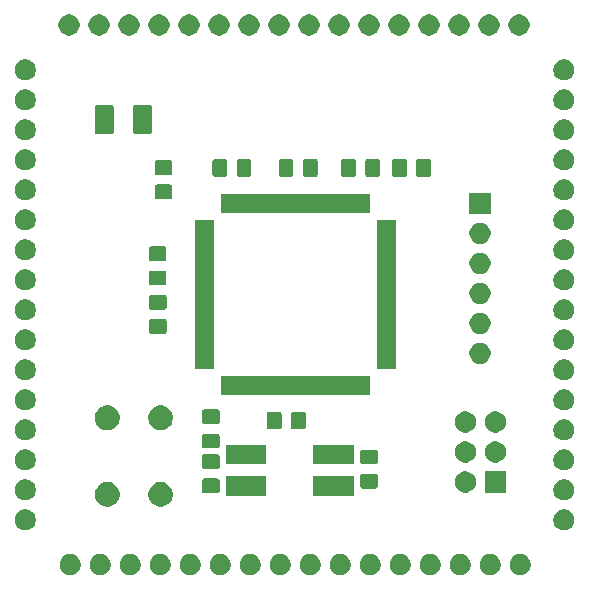
<source format=gbr>
G04 #@! TF.GenerationSoftware,KiCad,Pcbnew,(5.1.5-0-10_14)*
G04 #@! TF.CreationDate,2020-11-09T16:06:39+01:00*
G04 #@! TF.ProjectId,ATmega128_Breakout_Board,41546d65-6761-4313-9238-5f427265616b,rev?*
G04 #@! TF.SameCoordinates,Original*
G04 #@! TF.FileFunction,Soldermask,Top*
G04 #@! TF.FilePolarity,Negative*
%FSLAX46Y46*%
G04 Gerber Fmt 4.6, Leading zero omitted, Abs format (unit mm)*
G04 Created by KiCad (PCBNEW (5.1.5-0-10_14)) date 2020-11-09 16:06:39*
%MOMM*%
%LPD*%
G04 APERTURE LIST*
%ADD10C,0.100000*%
G04 APERTURE END LIST*
D10*
G36*
X137713512Y-109403927D02*
G01*
X137862812Y-109433624D01*
X138026784Y-109501544D01*
X138174354Y-109600147D01*
X138299853Y-109725646D01*
X138398456Y-109873216D01*
X138466376Y-110037188D01*
X138501000Y-110211259D01*
X138501000Y-110388741D01*
X138466376Y-110562812D01*
X138398456Y-110726784D01*
X138299853Y-110874354D01*
X138174354Y-110999853D01*
X138026784Y-111098456D01*
X137862812Y-111166376D01*
X137713512Y-111196073D01*
X137688742Y-111201000D01*
X137511258Y-111201000D01*
X137486488Y-111196073D01*
X137337188Y-111166376D01*
X137173216Y-111098456D01*
X137025646Y-110999853D01*
X136900147Y-110874354D01*
X136801544Y-110726784D01*
X136733624Y-110562812D01*
X136699000Y-110388741D01*
X136699000Y-110211259D01*
X136733624Y-110037188D01*
X136801544Y-109873216D01*
X136900147Y-109725646D01*
X137025646Y-109600147D01*
X137173216Y-109501544D01*
X137337188Y-109433624D01*
X137486488Y-109403927D01*
X137511258Y-109399000D01*
X137688742Y-109399000D01*
X137713512Y-109403927D01*
G37*
G36*
X135173512Y-109403927D02*
G01*
X135322812Y-109433624D01*
X135486784Y-109501544D01*
X135634354Y-109600147D01*
X135759853Y-109725646D01*
X135858456Y-109873216D01*
X135926376Y-110037188D01*
X135961000Y-110211259D01*
X135961000Y-110388741D01*
X135926376Y-110562812D01*
X135858456Y-110726784D01*
X135759853Y-110874354D01*
X135634354Y-110999853D01*
X135486784Y-111098456D01*
X135322812Y-111166376D01*
X135173512Y-111196073D01*
X135148742Y-111201000D01*
X134971258Y-111201000D01*
X134946488Y-111196073D01*
X134797188Y-111166376D01*
X134633216Y-111098456D01*
X134485646Y-110999853D01*
X134360147Y-110874354D01*
X134261544Y-110726784D01*
X134193624Y-110562812D01*
X134159000Y-110388741D01*
X134159000Y-110211259D01*
X134193624Y-110037188D01*
X134261544Y-109873216D01*
X134360147Y-109725646D01*
X134485646Y-109600147D01*
X134633216Y-109501544D01*
X134797188Y-109433624D01*
X134946488Y-109403927D01*
X134971258Y-109399000D01*
X135148742Y-109399000D01*
X135173512Y-109403927D01*
G37*
G36*
X132633512Y-109403927D02*
G01*
X132782812Y-109433624D01*
X132946784Y-109501544D01*
X133094354Y-109600147D01*
X133219853Y-109725646D01*
X133318456Y-109873216D01*
X133386376Y-110037188D01*
X133421000Y-110211259D01*
X133421000Y-110388741D01*
X133386376Y-110562812D01*
X133318456Y-110726784D01*
X133219853Y-110874354D01*
X133094354Y-110999853D01*
X132946784Y-111098456D01*
X132782812Y-111166376D01*
X132633512Y-111196073D01*
X132608742Y-111201000D01*
X132431258Y-111201000D01*
X132406488Y-111196073D01*
X132257188Y-111166376D01*
X132093216Y-111098456D01*
X131945646Y-110999853D01*
X131820147Y-110874354D01*
X131721544Y-110726784D01*
X131653624Y-110562812D01*
X131619000Y-110388741D01*
X131619000Y-110211259D01*
X131653624Y-110037188D01*
X131721544Y-109873216D01*
X131820147Y-109725646D01*
X131945646Y-109600147D01*
X132093216Y-109501544D01*
X132257188Y-109433624D01*
X132406488Y-109403927D01*
X132431258Y-109399000D01*
X132608742Y-109399000D01*
X132633512Y-109403927D01*
G37*
G36*
X130093512Y-109403927D02*
G01*
X130242812Y-109433624D01*
X130406784Y-109501544D01*
X130554354Y-109600147D01*
X130679853Y-109725646D01*
X130778456Y-109873216D01*
X130846376Y-110037188D01*
X130881000Y-110211259D01*
X130881000Y-110388741D01*
X130846376Y-110562812D01*
X130778456Y-110726784D01*
X130679853Y-110874354D01*
X130554354Y-110999853D01*
X130406784Y-111098456D01*
X130242812Y-111166376D01*
X130093512Y-111196073D01*
X130068742Y-111201000D01*
X129891258Y-111201000D01*
X129866488Y-111196073D01*
X129717188Y-111166376D01*
X129553216Y-111098456D01*
X129405646Y-110999853D01*
X129280147Y-110874354D01*
X129181544Y-110726784D01*
X129113624Y-110562812D01*
X129079000Y-110388741D01*
X129079000Y-110211259D01*
X129113624Y-110037188D01*
X129181544Y-109873216D01*
X129280147Y-109725646D01*
X129405646Y-109600147D01*
X129553216Y-109501544D01*
X129717188Y-109433624D01*
X129866488Y-109403927D01*
X129891258Y-109399000D01*
X130068742Y-109399000D01*
X130093512Y-109403927D01*
G37*
G36*
X127553512Y-109403927D02*
G01*
X127702812Y-109433624D01*
X127866784Y-109501544D01*
X128014354Y-109600147D01*
X128139853Y-109725646D01*
X128238456Y-109873216D01*
X128306376Y-110037188D01*
X128341000Y-110211259D01*
X128341000Y-110388741D01*
X128306376Y-110562812D01*
X128238456Y-110726784D01*
X128139853Y-110874354D01*
X128014354Y-110999853D01*
X127866784Y-111098456D01*
X127702812Y-111166376D01*
X127553512Y-111196073D01*
X127528742Y-111201000D01*
X127351258Y-111201000D01*
X127326488Y-111196073D01*
X127177188Y-111166376D01*
X127013216Y-111098456D01*
X126865646Y-110999853D01*
X126740147Y-110874354D01*
X126641544Y-110726784D01*
X126573624Y-110562812D01*
X126539000Y-110388741D01*
X126539000Y-110211259D01*
X126573624Y-110037188D01*
X126641544Y-109873216D01*
X126740147Y-109725646D01*
X126865646Y-109600147D01*
X127013216Y-109501544D01*
X127177188Y-109433624D01*
X127326488Y-109403927D01*
X127351258Y-109399000D01*
X127528742Y-109399000D01*
X127553512Y-109403927D01*
G37*
G36*
X125013512Y-109403927D02*
G01*
X125162812Y-109433624D01*
X125326784Y-109501544D01*
X125474354Y-109600147D01*
X125599853Y-109725646D01*
X125698456Y-109873216D01*
X125766376Y-110037188D01*
X125801000Y-110211259D01*
X125801000Y-110388741D01*
X125766376Y-110562812D01*
X125698456Y-110726784D01*
X125599853Y-110874354D01*
X125474354Y-110999853D01*
X125326784Y-111098456D01*
X125162812Y-111166376D01*
X125013512Y-111196073D01*
X124988742Y-111201000D01*
X124811258Y-111201000D01*
X124786488Y-111196073D01*
X124637188Y-111166376D01*
X124473216Y-111098456D01*
X124325646Y-110999853D01*
X124200147Y-110874354D01*
X124101544Y-110726784D01*
X124033624Y-110562812D01*
X123999000Y-110388741D01*
X123999000Y-110211259D01*
X124033624Y-110037188D01*
X124101544Y-109873216D01*
X124200147Y-109725646D01*
X124325646Y-109600147D01*
X124473216Y-109501544D01*
X124637188Y-109433624D01*
X124786488Y-109403927D01*
X124811258Y-109399000D01*
X124988742Y-109399000D01*
X125013512Y-109403927D01*
G37*
G36*
X122473512Y-109403927D02*
G01*
X122622812Y-109433624D01*
X122786784Y-109501544D01*
X122934354Y-109600147D01*
X123059853Y-109725646D01*
X123158456Y-109873216D01*
X123226376Y-110037188D01*
X123261000Y-110211259D01*
X123261000Y-110388741D01*
X123226376Y-110562812D01*
X123158456Y-110726784D01*
X123059853Y-110874354D01*
X122934354Y-110999853D01*
X122786784Y-111098456D01*
X122622812Y-111166376D01*
X122473512Y-111196073D01*
X122448742Y-111201000D01*
X122271258Y-111201000D01*
X122246488Y-111196073D01*
X122097188Y-111166376D01*
X121933216Y-111098456D01*
X121785646Y-110999853D01*
X121660147Y-110874354D01*
X121561544Y-110726784D01*
X121493624Y-110562812D01*
X121459000Y-110388741D01*
X121459000Y-110211259D01*
X121493624Y-110037188D01*
X121561544Y-109873216D01*
X121660147Y-109725646D01*
X121785646Y-109600147D01*
X121933216Y-109501544D01*
X122097188Y-109433624D01*
X122246488Y-109403927D01*
X122271258Y-109399000D01*
X122448742Y-109399000D01*
X122473512Y-109403927D01*
G37*
G36*
X119933512Y-109403927D02*
G01*
X120082812Y-109433624D01*
X120246784Y-109501544D01*
X120394354Y-109600147D01*
X120519853Y-109725646D01*
X120618456Y-109873216D01*
X120686376Y-110037188D01*
X120721000Y-110211259D01*
X120721000Y-110388741D01*
X120686376Y-110562812D01*
X120618456Y-110726784D01*
X120519853Y-110874354D01*
X120394354Y-110999853D01*
X120246784Y-111098456D01*
X120082812Y-111166376D01*
X119933512Y-111196073D01*
X119908742Y-111201000D01*
X119731258Y-111201000D01*
X119706488Y-111196073D01*
X119557188Y-111166376D01*
X119393216Y-111098456D01*
X119245646Y-110999853D01*
X119120147Y-110874354D01*
X119021544Y-110726784D01*
X118953624Y-110562812D01*
X118919000Y-110388741D01*
X118919000Y-110211259D01*
X118953624Y-110037188D01*
X119021544Y-109873216D01*
X119120147Y-109725646D01*
X119245646Y-109600147D01*
X119393216Y-109501544D01*
X119557188Y-109433624D01*
X119706488Y-109403927D01*
X119731258Y-109399000D01*
X119908742Y-109399000D01*
X119933512Y-109403927D01*
G37*
G36*
X117393512Y-109403927D02*
G01*
X117542812Y-109433624D01*
X117706784Y-109501544D01*
X117854354Y-109600147D01*
X117979853Y-109725646D01*
X118078456Y-109873216D01*
X118146376Y-110037188D01*
X118181000Y-110211259D01*
X118181000Y-110388741D01*
X118146376Y-110562812D01*
X118078456Y-110726784D01*
X117979853Y-110874354D01*
X117854354Y-110999853D01*
X117706784Y-111098456D01*
X117542812Y-111166376D01*
X117393512Y-111196073D01*
X117368742Y-111201000D01*
X117191258Y-111201000D01*
X117166488Y-111196073D01*
X117017188Y-111166376D01*
X116853216Y-111098456D01*
X116705646Y-110999853D01*
X116580147Y-110874354D01*
X116481544Y-110726784D01*
X116413624Y-110562812D01*
X116379000Y-110388741D01*
X116379000Y-110211259D01*
X116413624Y-110037188D01*
X116481544Y-109873216D01*
X116580147Y-109725646D01*
X116705646Y-109600147D01*
X116853216Y-109501544D01*
X117017188Y-109433624D01*
X117166488Y-109403927D01*
X117191258Y-109399000D01*
X117368742Y-109399000D01*
X117393512Y-109403927D01*
G37*
G36*
X114853512Y-109403927D02*
G01*
X115002812Y-109433624D01*
X115166784Y-109501544D01*
X115314354Y-109600147D01*
X115439853Y-109725646D01*
X115538456Y-109873216D01*
X115606376Y-110037188D01*
X115641000Y-110211259D01*
X115641000Y-110388741D01*
X115606376Y-110562812D01*
X115538456Y-110726784D01*
X115439853Y-110874354D01*
X115314354Y-110999853D01*
X115166784Y-111098456D01*
X115002812Y-111166376D01*
X114853512Y-111196073D01*
X114828742Y-111201000D01*
X114651258Y-111201000D01*
X114626488Y-111196073D01*
X114477188Y-111166376D01*
X114313216Y-111098456D01*
X114165646Y-110999853D01*
X114040147Y-110874354D01*
X113941544Y-110726784D01*
X113873624Y-110562812D01*
X113839000Y-110388741D01*
X113839000Y-110211259D01*
X113873624Y-110037188D01*
X113941544Y-109873216D01*
X114040147Y-109725646D01*
X114165646Y-109600147D01*
X114313216Y-109501544D01*
X114477188Y-109433624D01*
X114626488Y-109403927D01*
X114651258Y-109399000D01*
X114828742Y-109399000D01*
X114853512Y-109403927D01*
G37*
G36*
X112313512Y-109403927D02*
G01*
X112462812Y-109433624D01*
X112626784Y-109501544D01*
X112774354Y-109600147D01*
X112899853Y-109725646D01*
X112998456Y-109873216D01*
X113066376Y-110037188D01*
X113101000Y-110211259D01*
X113101000Y-110388741D01*
X113066376Y-110562812D01*
X112998456Y-110726784D01*
X112899853Y-110874354D01*
X112774354Y-110999853D01*
X112626784Y-111098456D01*
X112462812Y-111166376D01*
X112313512Y-111196073D01*
X112288742Y-111201000D01*
X112111258Y-111201000D01*
X112086488Y-111196073D01*
X111937188Y-111166376D01*
X111773216Y-111098456D01*
X111625646Y-110999853D01*
X111500147Y-110874354D01*
X111401544Y-110726784D01*
X111333624Y-110562812D01*
X111299000Y-110388741D01*
X111299000Y-110211259D01*
X111333624Y-110037188D01*
X111401544Y-109873216D01*
X111500147Y-109725646D01*
X111625646Y-109600147D01*
X111773216Y-109501544D01*
X111937188Y-109433624D01*
X112086488Y-109403927D01*
X112111258Y-109399000D01*
X112288742Y-109399000D01*
X112313512Y-109403927D01*
G37*
G36*
X109773512Y-109403927D02*
G01*
X109922812Y-109433624D01*
X110086784Y-109501544D01*
X110234354Y-109600147D01*
X110359853Y-109725646D01*
X110458456Y-109873216D01*
X110526376Y-110037188D01*
X110561000Y-110211259D01*
X110561000Y-110388741D01*
X110526376Y-110562812D01*
X110458456Y-110726784D01*
X110359853Y-110874354D01*
X110234354Y-110999853D01*
X110086784Y-111098456D01*
X109922812Y-111166376D01*
X109773512Y-111196073D01*
X109748742Y-111201000D01*
X109571258Y-111201000D01*
X109546488Y-111196073D01*
X109397188Y-111166376D01*
X109233216Y-111098456D01*
X109085646Y-110999853D01*
X108960147Y-110874354D01*
X108861544Y-110726784D01*
X108793624Y-110562812D01*
X108759000Y-110388741D01*
X108759000Y-110211259D01*
X108793624Y-110037188D01*
X108861544Y-109873216D01*
X108960147Y-109725646D01*
X109085646Y-109600147D01*
X109233216Y-109501544D01*
X109397188Y-109433624D01*
X109546488Y-109403927D01*
X109571258Y-109399000D01*
X109748742Y-109399000D01*
X109773512Y-109403927D01*
G37*
G36*
X107233512Y-109403927D02*
G01*
X107382812Y-109433624D01*
X107546784Y-109501544D01*
X107694354Y-109600147D01*
X107819853Y-109725646D01*
X107918456Y-109873216D01*
X107986376Y-110037188D01*
X108021000Y-110211259D01*
X108021000Y-110388741D01*
X107986376Y-110562812D01*
X107918456Y-110726784D01*
X107819853Y-110874354D01*
X107694354Y-110999853D01*
X107546784Y-111098456D01*
X107382812Y-111166376D01*
X107233512Y-111196073D01*
X107208742Y-111201000D01*
X107031258Y-111201000D01*
X107006488Y-111196073D01*
X106857188Y-111166376D01*
X106693216Y-111098456D01*
X106545646Y-110999853D01*
X106420147Y-110874354D01*
X106321544Y-110726784D01*
X106253624Y-110562812D01*
X106219000Y-110388741D01*
X106219000Y-110211259D01*
X106253624Y-110037188D01*
X106321544Y-109873216D01*
X106420147Y-109725646D01*
X106545646Y-109600147D01*
X106693216Y-109501544D01*
X106857188Y-109433624D01*
X107006488Y-109403927D01*
X107031258Y-109399000D01*
X107208742Y-109399000D01*
X107233512Y-109403927D01*
G37*
G36*
X104693512Y-109403927D02*
G01*
X104842812Y-109433624D01*
X105006784Y-109501544D01*
X105154354Y-109600147D01*
X105279853Y-109725646D01*
X105378456Y-109873216D01*
X105446376Y-110037188D01*
X105481000Y-110211259D01*
X105481000Y-110388741D01*
X105446376Y-110562812D01*
X105378456Y-110726784D01*
X105279853Y-110874354D01*
X105154354Y-110999853D01*
X105006784Y-111098456D01*
X104842812Y-111166376D01*
X104693512Y-111196073D01*
X104668742Y-111201000D01*
X104491258Y-111201000D01*
X104466488Y-111196073D01*
X104317188Y-111166376D01*
X104153216Y-111098456D01*
X104005646Y-110999853D01*
X103880147Y-110874354D01*
X103781544Y-110726784D01*
X103713624Y-110562812D01*
X103679000Y-110388741D01*
X103679000Y-110211259D01*
X103713624Y-110037188D01*
X103781544Y-109873216D01*
X103880147Y-109725646D01*
X104005646Y-109600147D01*
X104153216Y-109501544D01*
X104317188Y-109433624D01*
X104466488Y-109403927D01*
X104491258Y-109399000D01*
X104668742Y-109399000D01*
X104693512Y-109403927D01*
G37*
G36*
X102153512Y-109403927D02*
G01*
X102302812Y-109433624D01*
X102466784Y-109501544D01*
X102614354Y-109600147D01*
X102739853Y-109725646D01*
X102838456Y-109873216D01*
X102906376Y-110037188D01*
X102941000Y-110211259D01*
X102941000Y-110388741D01*
X102906376Y-110562812D01*
X102838456Y-110726784D01*
X102739853Y-110874354D01*
X102614354Y-110999853D01*
X102466784Y-111098456D01*
X102302812Y-111166376D01*
X102153512Y-111196073D01*
X102128742Y-111201000D01*
X101951258Y-111201000D01*
X101926488Y-111196073D01*
X101777188Y-111166376D01*
X101613216Y-111098456D01*
X101465646Y-110999853D01*
X101340147Y-110874354D01*
X101241544Y-110726784D01*
X101173624Y-110562812D01*
X101139000Y-110388741D01*
X101139000Y-110211259D01*
X101173624Y-110037188D01*
X101241544Y-109873216D01*
X101340147Y-109725646D01*
X101465646Y-109600147D01*
X101613216Y-109501544D01*
X101777188Y-109433624D01*
X101926488Y-109403927D01*
X101951258Y-109399000D01*
X102128742Y-109399000D01*
X102153512Y-109403927D01*
G37*
G36*
X99613512Y-109403927D02*
G01*
X99762812Y-109433624D01*
X99926784Y-109501544D01*
X100074354Y-109600147D01*
X100199853Y-109725646D01*
X100298456Y-109873216D01*
X100366376Y-110037188D01*
X100401000Y-110211259D01*
X100401000Y-110388741D01*
X100366376Y-110562812D01*
X100298456Y-110726784D01*
X100199853Y-110874354D01*
X100074354Y-110999853D01*
X99926784Y-111098456D01*
X99762812Y-111166376D01*
X99613512Y-111196073D01*
X99588742Y-111201000D01*
X99411258Y-111201000D01*
X99386488Y-111196073D01*
X99237188Y-111166376D01*
X99073216Y-111098456D01*
X98925646Y-110999853D01*
X98800147Y-110874354D01*
X98701544Y-110726784D01*
X98633624Y-110562812D01*
X98599000Y-110388741D01*
X98599000Y-110211259D01*
X98633624Y-110037188D01*
X98701544Y-109873216D01*
X98800147Y-109725646D01*
X98925646Y-109600147D01*
X99073216Y-109501544D01*
X99237188Y-109433624D01*
X99386488Y-109403927D01*
X99411258Y-109399000D01*
X99588742Y-109399000D01*
X99613512Y-109403927D01*
G37*
G36*
X141413512Y-105603927D02*
G01*
X141562812Y-105633624D01*
X141726784Y-105701544D01*
X141874354Y-105800147D01*
X141999853Y-105925646D01*
X142098456Y-106073216D01*
X142166376Y-106237188D01*
X142201000Y-106411259D01*
X142201000Y-106588741D01*
X142166376Y-106762812D01*
X142098456Y-106926784D01*
X141999853Y-107074354D01*
X141874354Y-107199853D01*
X141726784Y-107298456D01*
X141562812Y-107366376D01*
X141413512Y-107396073D01*
X141388742Y-107401000D01*
X141211258Y-107401000D01*
X141186488Y-107396073D01*
X141037188Y-107366376D01*
X140873216Y-107298456D01*
X140725646Y-107199853D01*
X140600147Y-107074354D01*
X140501544Y-106926784D01*
X140433624Y-106762812D01*
X140399000Y-106588741D01*
X140399000Y-106411259D01*
X140433624Y-106237188D01*
X140501544Y-106073216D01*
X140600147Y-105925646D01*
X140725646Y-105800147D01*
X140873216Y-105701544D01*
X141037188Y-105633624D01*
X141186488Y-105603927D01*
X141211258Y-105599000D01*
X141388742Y-105599000D01*
X141413512Y-105603927D01*
G37*
G36*
X95813512Y-105603927D02*
G01*
X95962812Y-105633624D01*
X96126784Y-105701544D01*
X96274354Y-105800147D01*
X96399853Y-105925646D01*
X96498456Y-106073216D01*
X96566376Y-106237188D01*
X96601000Y-106411259D01*
X96601000Y-106588741D01*
X96566376Y-106762812D01*
X96498456Y-106926784D01*
X96399853Y-107074354D01*
X96274354Y-107199853D01*
X96126784Y-107298456D01*
X95962812Y-107366376D01*
X95813512Y-107396073D01*
X95788742Y-107401000D01*
X95611258Y-107401000D01*
X95586488Y-107396073D01*
X95437188Y-107366376D01*
X95273216Y-107298456D01*
X95125646Y-107199853D01*
X95000147Y-107074354D01*
X94901544Y-106926784D01*
X94833624Y-106762812D01*
X94799000Y-106588741D01*
X94799000Y-106411259D01*
X94833624Y-106237188D01*
X94901544Y-106073216D01*
X95000147Y-105925646D01*
X95125646Y-105800147D01*
X95273216Y-105701544D01*
X95437188Y-105633624D01*
X95586488Y-105603927D01*
X95611258Y-105599000D01*
X95788742Y-105599000D01*
X95813512Y-105603927D01*
G37*
G36*
X107456564Y-103339389D02*
G01*
X107647833Y-103418615D01*
X107647835Y-103418616D01*
X107819973Y-103533635D01*
X107966365Y-103680027D01*
X108080606Y-103851000D01*
X108081385Y-103852167D01*
X108160611Y-104043436D01*
X108201000Y-104246484D01*
X108201000Y-104453516D01*
X108160611Y-104656564D01*
X108118406Y-104758456D01*
X108081384Y-104847835D01*
X107966365Y-105019973D01*
X107819973Y-105166365D01*
X107647835Y-105281384D01*
X107647834Y-105281385D01*
X107647833Y-105281385D01*
X107456564Y-105360611D01*
X107253516Y-105401000D01*
X107046484Y-105401000D01*
X106843436Y-105360611D01*
X106652167Y-105281385D01*
X106652166Y-105281385D01*
X106652165Y-105281384D01*
X106480027Y-105166365D01*
X106333635Y-105019973D01*
X106218616Y-104847835D01*
X106181594Y-104758456D01*
X106139389Y-104656564D01*
X106099000Y-104453516D01*
X106099000Y-104246484D01*
X106139389Y-104043436D01*
X106218615Y-103852167D01*
X106219395Y-103851000D01*
X106333635Y-103680027D01*
X106480027Y-103533635D01*
X106652165Y-103418616D01*
X106652167Y-103418615D01*
X106843436Y-103339389D01*
X107046484Y-103299000D01*
X107253516Y-103299000D01*
X107456564Y-103339389D01*
G37*
G36*
X102956564Y-103339389D02*
G01*
X103147833Y-103418615D01*
X103147835Y-103418616D01*
X103319973Y-103533635D01*
X103466365Y-103680027D01*
X103580606Y-103851000D01*
X103581385Y-103852167D01*
X103660611Y-104043436D01*
X103701000Y-104246484D01*
X103701000Y-104453516D01*
X103660611Y-104656564D01*
X103618406Y-104758456D01*
X103581384Y-104847835D01*
X103466365Y-105019973D01*
X103319973Y-105166365D01*
X103147835Y-105281384D01*
X103147834Y-105281385D01*
X103147833Y-105281385D01*
X102956564Y-105360611D01*
X102753516Y-105401000D01*
X102546484Y-105401000D01*
X102343436Y-105360611D01*
X102152167Y-105281385D01*
X102152166Y-105281385D01*
X102152165Y-105281384D01*
X101980027Y-105166365D01*
X101833635Y-105019973D01*
X101718616Y-104847835D01*
X101681594Y-104758456D01*
X101639389Y-104656564D01*
X101599000Y-104453516D01*
X101599000Y-104246484D01*
X101639389Y-104043436D01*
X101718615Y-103852167D01*
X101719395Y-103851000D01*
X101833635Y-103680027D01*
X101980027Y-103533635D01*
X102152165Y-103418616D01*
X102152167Y-103418615D01*
X102343436Y-103339389D01*
X102546484Y-103299000D01*
X102753516Y-103299000D01*
X102956564Y-103339389D01*
G37*
G36*
X141413512Y-103063927D02*
G01*
X141562812Y-103093624D01*
X141726784Y-103161544D01*
X141874354Y-103260147D01*
X141999853Y-103385646D01*
X142098456Y-103533216D01*
X142166376Y-103697188D01*
X142190115Y-103816534D01*
X142197203Y-103852167D01*
X142201000Y-103871259D01*
X142201000Y-104048741D01*
X142166376Y-104222812D01*
X142098456Y-104386784D01*
X141999853Y-104534354D01*
X141874354Y-104659853D01*
X141726784Y-104758456D01*
X141562812Y-104826376D01*
X141413512Y-104856073D01*
X141388742Y-104861000D01*
X141211258Y-104861000D01*
X141186488Y-104856073D01*
X141037188Y-104826376D01*
X140873216Y-104758456D01*
X140725646Y-104659853D01*
X140600147Y-104534354D01*
X140501544Y-104386784D01*
X140433624Y-104222812D01*
X140399000Y-104048741D01*
X140399000Y-103871259D01*
X140402798Y-103852167D01*
X140409885Y-103816534D01*
X140433624Y-103697188D01*
X140501544Y-103533216D01*
X140600147Y-103385646D01*
X140725646Y-103260147D01*
X140873216Y-103161544D01*
X141037188Y-103093624D01*
X141186488Y-103063927D01*
X141211258Y-103059000D01*
X141388742Y-103059000D01*
X141413512Y-103063927D01*
G37*
G36*
X95813512Y-103063927D02*
G01*
X95962812Y-103093624D01*
X96126784Y-103161544D01*
X96274354Y-103260147D01*
X96399853Y-103385646D01*
X96498456Y-103533216D01*
X96566376Y-103697188D01*
X96590115Y-103816534D01*
X96597203Y-103852167D01*
X96601000Y-103871259D01*
X96601000Y-104048741D01*
X96566376Y-104222812D01*
X96498456Y-104386784D01*
X96399853Y-104534354D01*
X96274354Y-104659853D01*
X96126784Y-104758456D01*
X95962812Y-104826376D01*
X95813512Y-104856073D01*
X95788742Y-104861000D01*
X95611258Y-104861000D01*
X95586488Y-104856073D01*
X95437188Y-104826376D01*
X95273216Y-104758456D01*
X95125646Y-104659853D01*
X95000147Y-104534354D01*
X94901544Y-104386784D01*
X94833624Y-104222812D01*
X94799000Y-104048741D01*
X94799000Y-103871259D01*
X94802798Y-103852167D01*
X94809885Y-103816534D01*
X94833624Y-103697188D01*
X94901544Y-103533216D01*
X95000147Y-103385646D01*
X95125646Y-103260147D01*
X95273216Y-103161544D01*
X95437188Y-103093624D01*
X95586488Y-103063927D01*
X95611258Y-103059000D01*
X95788742Y-103059000D01*
X95813512Y-103063927D01*
G37*
G36*
X123501000Y-104441000D02*
G01*
X120099000Y-104441000D01*
X120099000Y-102799000D01*
X123501000Y-102799000D01*
X123501000Y-104441000D01*
G37*
G36*
X116101000Y-104441000D02*
G01*
X112699000Y-104441000D01*
X112699000Y-102799000D01*
X116101000Y-102799000D01*
X116101000Y-104441000D01*
G37*
G36*
X111988674Y-103003465D02*
G01*
X112026367Y-103014899D01*
X112061103Y-103033466D01*
X112091548Y-103058452D01*
X112116534Y-103088897D01*
X112135101Y-103123633D01*
X112146535Y-103161326D01*
X112151000Y-103206661D01*
X112151000Y-104043339D01*
X112146535Y-104088674D01*
X112135101Y-104126367D01*
X112116534Y-104161103D01*
X112091548Y-104191548D01*
X112061103Y-104216534D01*
X112026367Y-104235101D01*
X111988674Y-104246535D01*
X111943339Y-104251000D01*
X110856661Y-104251000D01*
X110811326Y-104246535D01*
X110773633Y-104235101D01*
X110738897Y-104216534D01*
X110708452Y-104191548D01*
X110683466Y-104161103D01*
X110664899Y-104126367D01*
X110653465Y-104088674D01*
X110649000Y-104043339D01*
X110649000Y-103206661D01*
X110653465Y-103161326D01*
X110664899Y-103123633D01*
X110683466Y-103088897D01*
X110708452Y-103058452D01*
X110738897Y-103033466D01*
X110773633Y-103014899D01*
X110811326Y-103003465D01*
X110856661Y-102999000D01*
X111943339Y-102999000D01*
X111988674Y-103003465D01*
G37*
G36*
X133073512Y-102403927D02*
G01*
X133222812Y-102433624D01*
X133386784Y-102501544D01*
X133534354Y-102600147D01*
X133659853Y-102725646D01*
X133758456Y-102873216D01*
X133826376Y-103037188D01*
X133851068Y-103161326D01*
X133860086Y-103206661D01*
X133861000Y-103211259D01*
X133861000Y-103388741D01*
X133826376Y-103562812D01*
X133758456Y-103726784D01*
X133659853Y-103874354D01*
X133534354Y-103999853D01*
X133386784Y-104098456D01*
X133222812Y-104166376D01*
X133073512Y-104196073D01*
X133048742Y-104201000D01*
X132871258Y-104201000D01*
X132846488Y-104196073D01*
X132697188Y-104166376D01*
X132533216Y-104098456D01*
X132385646Y-103999853D01*
X132260147Y-103874354D01*
X132161544Y-103726784D01*
X132093624Y-103562812D01*
X132059000Y-103388741D01*
X132059000Y-103211259D01*
X132059915Y-103206661D01*
X132068932Y-103161326D01*
X132093624Y-103037188D01*
X132161544Y-102873216D01*
X132260147Y-102725646D01*
X132385646Y-102600147D01*
X132533216Y-102501544D01*
X132697188Y-102433624D01*
X132846488Y-102403927D01*
X132871258Y-102399000D01*
X133048742Y-102399000D01*
X133073512Y-102403927D01*
G37*
G36*
X136401000Y-104201000D02*
G01*
X134599000Y-104201000D01*
X134599000Y-102399000D01*
X136401000Y-102399000D01*
X136401000Y-104201000D01*
G37*
G36*
X125388674Y-102603465D02*
G01*
X125426367Y-102614899D01*
X125461103Y-102633466D01*
X125491548Y-102658452D01*
X125516534Y-102688897D01*
X125535101Y-102723633D01*
X125546535Y-102761326D01*
X125551000Y-102806661D01*
X125551000Y-103643339D01*
X125546535Y-103688674D01*
X125535101Y-103726367D01*
X125516534Y-103761103D01*
X125491548Y-103791548D01*
X125461103Y-103816534D01*
X125426367Y-103835101D01*
X125388674Y-103846535D01*
X125343339Y-103851000D01*
X124256661Y-103851000D01*
X124211326Y-103846535D01*
X124173633Y-103835101D01*
X124138897Y-103816534D01*
X124108452Y-103791548D01*
X124083466Y-103761103D01*
X124064899Y-103726367D01*
X124053465Y-103688674D01*
X124049000Y-103643339D01*
X124049000Y-102806661D01*
X124053465Y-102761326D01*
X124064899Y-102723633D01*
X124083466Y-102688897D01*
X124108452Y-102658452D01*
X124138897Y-102633466D01*
X124173633Y-102614899D01*
X124211326Y-102603465D01*
X124256661Y-102599000D01*
X125343339Y-102599000D01*
X125388674Y-102603465D01*
G37*
G36*
X141413512Y-100523927D02*
G01*
X141562812Y-100553624D01*
X141726784Y-100621544D01*
X141874354Y-100720147D01*
X141999853Y-100845646D01*
X142098456Y-100993216D01*
X142166376Y-101157188D01*
X142201000Y-101331259D01*
X142201000Y-101508741D01*
X142166376Y-101682812D01*
X142098456Y-101846784D01*
X141999853Y-101994354D01*
X141874354Y-102119853D01*
X141726784Y-102218456D01*
X141562812Y-102286376D01*
X141413512Y-102316073D01*
X141388742Y-102321000D01*
X141211258Y-102321000D01*
X141186488Y-102316073D01*
X141037188Y-102286376D01*
X140873216Y-102218456D01*
X140725646Y-102119853D01*
X140600147Y-101994354D01*
X140501544Y-101846784D01*
X140433624Y-101682812D01*
X140399000Y-101508741D01*
X140399000Y-101331259D01*
X140433624Y-101157188D01*
X140501544Y-100993216D01*
X140600147Y-100845646D01*
X140725646Y-100720147D01*
X140873216Y-100621544D01*
X141037188Y-100553624D01*
X141186488Y-100523927D01*
X141211258Y-100519000D01*
X141388742Y-100519000D01*
X141413512Y-100523927D01*
G37*
G36*
X95813512Y-100523927D02*
G01*
X95962812Y-100553624D01*
X96126784Y-100621544D01*
X96274354Y-100720147D01*
X96399853Y-100845646D01*
X96498456Y-100993216D01*
X96566376Y-101157188D01*
X96601000Y-101331259D01*
X96601000Y-101508741D01*
X96566376Y-101682812D01*
X96498456Y-101846784D01*
X96399853Y-101994354D01*
X96274354Y-102119853D01*
X96126784Y-102218456D01*
X95962812Y-102286376D01*
X95813512Y-102316073D01*
X95788742Y-102321000D01*
X95611258Y-102321000D01*
X95586488Y-102316073D01*
X95437188Y-102286376D01*
X95273216Y-102218456D01*
X95125646Y-102119853D01*
X95000147Y-101994354D01*
X94901544Y-101846784D01*
X94833624Y-101682812D01*
X94799000Y-101508741D01*
X94799000Y-101331259D01*
X94833624Y-101157188D01*
X94901544Y-100993216D01*
X95000147Y-100845646D01*
X95125646Y-100720147D01*
X95273216Y-100621544D01*
X95437188Y-100553624D01*
X95586488Y-100523927D01*
X95611258Y-100519000D01*
X95788742Y-100519000D01*
X95813512Y-100523927D01*
G37*
G36*
X111988674Y-100953465D02*
G01*
X112026367Y-100964899D01*
X112061103Y-100983466D01*
X112091548Y-101008452D01*
X112116534Y-101038897D01*
X112135101Y-101073633D01*
X112146535Y-101111326D01*
X112151000Y-101156661D01*
X112151000Y-101993339D01*
X112146535Y-102038674D01*
X112135101Y-102076367D01*
X112116534Y-102111103D01*
X112091548Y-102141548D01*
X112061103Y-102166534D01*
X112026367Y-102185101D01*
X111988674Y-102196535D01*
X111943339Y-102201000D01*
X110856661Y-102201000D01*
X110811326Y-102196535D01*
X110773633Y-102185101D01*
X110738897Y-102166534D01*
X110708452Y-102141548D01*
X110683466Y-102111103D01*
X110664899Y-102076367D01*
X110653465Y-102038674D01*
X110649000Y-101993339D01*
X110649000Y-101156661D01*
X110653465Y-101111326D01*
X110664899Y-101073633D01*
X110683466Y-101038897D01*
X110708452Y-101008452D01*
X110738897Y-100983466D01*
X110773633Y-100964899D01*
X110811326Y-100953465D01*
X110856661Y-100949000D01*
X111943339Y-100949000D01*
X111988674Y-100953465D01*
G37*
G36*
X123501000Y-101801000D02*
G01*
X120099000Y-101801000D01*
X120099000Y-100159000D01*
X123501000Y-100159000D01*
X123501000Y-101801000D01*
G37*
G36*
X116101000Y-101801000D02*
G01*
X112699000Y-101801000D01*
X112699000Y-100159000D01*
X116101000Y-100159000D01*
X116101000Y-101801000D01*
G37*
G36*
X125388674Y-100553465D02*
G01*
X125426367Y-100564899D01*
X125461103Y-100583466D01*
X125491548Y-100608452D01*
X125516534Y-100638897D01*
X125535101Y-100673633D01*
X125546535Y-100711326D01*
X125551000Y-100756661D01*
X125551000Y-101593339D01*
X125546535Y-101638674D01*
X125535101Y-101676367D01*
X125516534Y-101711103D01*
X125491548Y-101741548D01*
X125461103Y-101766534D01*
X125426367Y-101785101D01*
X125388674Y-101796535D01*
X125343339Y-101801000D01*
X124256661Y-101801000D01*
X124211326Y-101796535D01*
X124173633Y-101785101D01*
X124138897Y-101766534D01*
X124108452Y-101741548D01*
X124083466Y-101711103D01*
X124064899Y-101676367D01*
X124053465Y-101638674D01*
X124049000Y-101593339D01*
X124049000Y-100756661D01*
X124053465Y-100711326D01*
X124064899Y-100673633D01*
X124083466Y-100638897D01*
X124108452Y-100608452D01*
X124138897Y-100583466D01*
X124173633Y-100564899D01*
X124211326Y-100553465D01*
X124256661Y-100549000D01*
X125343339Y-100549000D01*
X125388674Y-100553465D01*
G37*
G36*
X133073512Y-99863927D02*
G01*
X133222812Y-99893624D01*
X133386784Y-99961544D01*
X133534354Y-100060147D01*
X133659853Y-100185646D01*
X133758456Y-100333216D01*
X133826376Y-100497188D01*
X133861000Y-100671259D01*
X133861000Y-100848741D01*
X133826376Y-101022812D01*
X133758456Y-101186784D01*
X133659853Y-101334354D01*
X133534354Y-101459853D01*
X133386784Y-101558456D01*
X133222812Y-101626376D01*
X133073512Y-101656073D01*
X133048742Y-101661000D01*
X132871258Y-101661000D01*
X132846488Y-101656073D01*
X132697188Y-101626376D01*
X132533216Y-101558456D01*
X132385646Y-101459853D01*
X132260147Y-101334354D01*
X132161544Y-101186784D01*
X132093624Y-101022812D01*
X132059000Y-100848741D01*
X132059000Y-100671259D01*
X132093624Y-100497188D01*
X132161544Y-100333216D01*
X132260147Y-100185646D01*
X132385646Y-100060147D01*
X132533216Y-99961544D01*
X132697188Y-99893624D01*
X132846488Y-99863927D01*
X132871258Y-99859000D01*
X133048742Y-99859000D01*
X133073512Y-99863927D01*
G37*
G36*
X135613512Y-99863927D02*
G01*
X135762812Y-99893624D01*
X135926784Y-99961544D01*
X136074354Y-100060147D01*
X136199853Y-100185646D01*
X136298456Y-100333216D01*
X136366376Y-100497188D01*
X136401000Y-100671259D01*
X136401000Y-100848741D01*
X136366376Y-101022812D01*
X136298456Y-101186784D01*
X136199853Y-101334354D01*
X136074354Y-101459853D01*
X135926784Y-101558456D01*
X135762812Y-101626376D01*
X135613512Y-101656073D01*
X135588742Y-101661000D01*
X135411258Y-101661000D01*
X135386488Y-101656073D01*
X135237188Y-101626376D01*
X135073216Y-101558456D01*
X134925646Y-101459853D01*
X134800147Y-101334354D01*
X134701544Y-101186784D01*
X134633624Y-101022812D01*
X134599000Y-100848741D01*
X134599000Y-100671259D01*
X134633624Y-100497188D01*
X134701544Y-100333216D01*
X134800147Y-100185646D01*
X134925646Y-100060147D01*
X135073216Y-99961544D01*
X135237188Y-99893624D01*
X135386488Y-99863927D01*
X135411258Y-99859000D01*
X135588742Y-99859000D01*
X135613512Y-99863927D01*
G37*
G36*
X111988674Y-99203465D02*
G01*
X112026367Y-99214899D01*
X112061103Y-99233466D01*
X112091548Y-99258452D01*
X112116534Y-99288897D01*
X112135101Y-99323633D01*
X112146535Y-99361326D01*
X112151000Y-99406661D01*
X112151000Y-100243339D01*
X112146535Y-100288674D01*
X112135101Y-100326367D01*
X112116534Y-100361103D01*
X112091548Y-100391548D01*
X112061103Y-100416534D01*
X112026367Y-100435101D01*
X111988674Y-100446535D01*
X111943339Y-100451000D01*
X110856661Y-100451000D01*
X110811326Y-100446535D01*
X110773633Y-100435101D01*
X110738897Y-100416534D01*
X110708452Y-100391548D01*
X110683466Y-100361103D01*
X110664899Y-100326367D01*
X110653465Y-100288674D01*
X110649000Y-100243339D01*
X110649000Y-99406661D01*
X110653465Y-99361326D01*
X110664899Y-99323633D01*
X110683466Y-99288897D01*
X110708452Y-99258452D01*
X110738897Y-99233466D01*
X110773633Y-99214899D01*
X110811326Y-99203465D01*
X110856661Y-99199000D01*
X111943339Y-99199000D01*
X111988674Y-99203465D01*
G37*
G36*
X95813512Y-97983927D02*
G01*
X95962812Y-98013624D01*
X96126784Y-98081544D01*
X96274354Y-98180147D01*
X96399853Y-98305646D01*
X96498456Y-98453216D01*
X96566376Y-98617188D01*
X96601000Y-98791259D01*
X96601000Y-98968741D01*
X96566376Y-99142812D01*
X96498456Y-99306784D01*
X96399853Y-99454354D01*
X96274354Y-99579853D01*
X96126784Y-99678456D01*
X95962812Y-99746376D01*
X95813512Y-99776073D01*
X95788742Y-99781000D01*
X95611258Y-99781000D01*
X95586488Y-99776073D01*
X95437188Y-99746376D01*
X95273216Y-99678456D01*
X95125646Y-99579853D01*
X95000147Y-99454354D01*
X94901544Y-99306784D01*
X94833624Y-99142812D01*
X94799000Y-98968741D01*
X94799000Y-98791259D01*
X94833624Y-98617188D01*
X94901544Y-98453216D01*
X95000147Y-98305646D01*
X95125646Y-98180147D01*
X95273216Y-98081544D01*
X95437188Y-98013624D01*
X95586488Y-97983927D01*
X95611258Y-97979000D01*
X95788742Y-97979000D01*
X95813512Y-97983927D01*
G37*
G36*
X141413512Y-97983927D02*
G01*
X141562812Y-98013624D01*
X141726784Y-98081544D01*
X141874354Y-98180147D01*
X141999853Y-98305646D01*
X142098456Y-98453216D01*
X142166376Y-98617188D01*
X142201000Y-98791259D01*
X142201000Y-98968741D01*
X142166376Y-99142812D01*
X142098456Y-99306784D01*
X141999853Y-99454354D01*
X141874354Y-99579853D01*
X141726784Y-99678456D01*
X141562812Y-99746376D01*
X141413512Y-99776073D01*
X141388742Y-99781000D01*
X141211258Y-99781000D01*
X141186488Y-99776073D01*
X141037188Y-99746376D01*
X140873216Y-99678456D01*
X140725646Y-99579853D01*
X140600147Y-99454354D01*
X140501544Y-99306784D01*
X140433624Y-99142812D01*
X140399000Y-98968741D01*
X140399000Y-98791259D01*
X140433624Y-98617188D01*
X140501544Y-98453216D01*
X140600147Y-98305646D01*
X140725646Y-98180147D01*
X140873216Y-98081544D01*
X141037188Y-98013624D01*
X141186488Y-97983927D01*
X141211258Y-97979000D01*
X141388742Y-97979000D01*
X141413512Y-97983927D01*
G37*
G36*
X133073512Y-97323927D02*
G01*
X133222812Y-97353624D01*
X133386784Y-97421544D01*
X133534354Y-97520147D01*
X133659853Y-97645646D01*
X133758456Y-97793216D01*
X133826376Y-97957188D01*
X133861000Y-98131259D01*
X133861000Y-98308741D01*
X133826376Y-98482812D01*
X133758456Y-98646784D01*
X133659853Y-98794354D01*
X133534354Y-98919853D01*
X133386784Y-99018456D01*
X133222812Y-99086376D01*
X133073512Y-99116073D01*
X133048742Y-99121000D01*
X132871258Y-99121000D01*
X132846488Y-99116073D01*
X132697188Y-99086376D01*
X132533216Y-99018456D01*
X132385646Y-98919853D01*
X132260147Y-98794354D01*
X132161544Y-98646784D01*
X132093624Y-98482812D01*
X132059000Y-98308741D01*
X132059000Y-98131259D01*
X132093624Y-97957188D01*
X132161544Y-97793216D01*
X132260147Y-97645646D01*
X132385646Y-97520147D01*
X132533216Y-97421544D01*
X132697188Y-97353624D01*
X132846488Y-97323927D01*
X132871258Y-97319000D01*
X133048742Y-97319000D01*
X133073512Y-97323927D01*
G37*
G36*
X135613512Y-97323927D02*
G01*
X135762812Y-97353624D01*
X135926784Y-97421544D01*
X136074354Y-97520147D01*
X136199853Y-97645646D01*
X136298456Y-97793216D01*
X136366376Y-97957188D01*
X136401000Y-98131259D01*
X136401000Y-98308741D01*
X136366376Y-98482812D01*
X136298456Y-98646784D01*
X136199853Y-98794354D01*
X136074354Y-98919853D01*
X135926784Y-99018456D01*
X135762812Y-99086376D01*
X135613512Y-99116073D01*
X135588742Y-99121000D01*
X135411258Y-99121000D01*
X135386488Y-99116073D01*
X135237188Y-99086376D01*
X135073216Y-99018456D01*
X134925646Y-98919853D01*
X134800147Y-98794354D01*
X134701544Y-98646784D01*
X134633624Y-98482812D01*
X134599000Y-98308741D01*
X134599000Y-98131259D01*
X134633624Y-97957188D01*
X134701544Y-97793216D01*
X134800147Y-97645646D01*
X134925646Y-97520147D01*
X135073216Y-97421544D01*
X135237188Y-97353624D01*
X135386488Y-97323927D01*
X135411258Y-97319000D01*
X135588742Y-97319000D01*
X135613512Y-97323927D01*
G37*
G36*
X102956564Y-96839389D02*
G01*
X103137546Y-96914354D01*
X103147835Y-96918616D01*
X103319973Y-97033635D01*
X103466365Y-97180027D01*
X103528911Y-97273633D01*
X103581385Y-97352167D01*
X103660611Y-97543436D01*
X103701000Y-97746484D01*
X103701000Y-97953516D01*
X103660611Y-98156564D01*
X103598859Y-98305646D01*
X103581384Y-98347835D01*
X103466365Y-98519973D01*
X103319973Y-98666365D01*
X103147835Y-98781384D01*
X103147834Y-98781385D01*
X103147833Y-98781385D01*
X102956564Y-98860611D01*
X102753516Y-98901000D01*
X102546484Y-98901000D01*
X102343436Y-98860611D01*
X102152167Y-98781385D01*
X102152166Y-98781385D01*
X102152165Y-98781384D01*
X101980027Y-98666365D01*
X101833635Y-98519973D01*
X101718616Y-98347835D01*
X101701141Y-98305646D01*
X101639389Y-98156564D01*
X101599000Y-97953516D01*
X101599000Y-97746484D01*
X101639389Y-97543436D01*
X101718615Y-97352167D01*
X101771090Y-97273633D01*
X101833635Y-97180027D01*
X101980027Y-97033635D01*
X102152165Y-96918616D01*
X102162454Y-96914354D01*
X102343436Y-96839389D01*
X102546484Y-96799000D01*
X102753516Y-96799000D01*
X102956564Y-96839389D01*
G37*
G36*
X107456564Y-96839389D02*
G01*
X107637546Y-96914354D01*
X107647835Y-96918616D01*
X107819973Y-97033635D01*
X107966365Y-97180027D01*
X108028911Y-97273633D01*
X108081385Y-97352167D01*
X108160611Y-97543436D01*
X108201000Y-97746484D01*
X108201000Y-97953516D01*
X108160611Y-98156564D01*
X108098859Y-98305646D01*
X108081384Y-98347835D01*
X107966365Y-98519973D01*
X107819973Y-98666365D01*
X107647835Y-98781384D01*
X107647834Y-98781385D01*
X107647833Y-98781385D01*
X107456564Y-98860611D01*
X107253516Y-98901000D01*
X107046484Y-98901000D01*
X106843436Y-98860611D01*
X106652167Y-98781385D01*
X106652166Y-98781385D01*
X106652165Y-98781384D01*
X106480027Y-98666365D01*
X106333635Y-98519973D01*
X106218616Y-98347835D01*
X106201141Y-98305646D01*
X106139389Y-98156564D01*
X106099000Y-97953516D01*
X106099000Y-97746484D01*
X106139389Y-97543436D01*
X106218615Y-97352167D01*
X106271090Y-97273633D01*
X106333635Y-97180027D01*
X106480027Y-97033635D01*
X106652165Y-96918616D01*
X106662454Y-96914354D01*
X106843436Y-96839389D01*
X107046484Y-96799000D01*
X107253516Y-96799000D01*
X107456564Y-96839389D01*
G37*
G36*
X117238674Y-97353465D02*
G01*
X117276367Y-97364899D01*
X117311103Y-97383466D01*
X117341548Y-97408452D01*
X117366534Y-97438897D01*
X117385101Y-97473633D01*
X117396535Y-97511326D01*
X117401000Y-97556661D01*
X117401000Y-98643339D01*
X117396535Y-98688674D01*
X117385101Y-98726367D01*
X117366534Y-98761103D01*
X117341548Y-98791548D01*
X117311103Y-98816534D01*
X117276367Y-98835101D01*
X117238674Y-98846535D01*
X117193339Y-98851000D01*
X116356661Y-98851000D01*
X116311326Y-98846535D01*
X116273633Y-98835101D01*
X116238897Y-98816534D01*
X116208452Y-98791548D01*
X116183466Y-98761103D01*
X116164899Y-98726367D01*
X116153465Y-98688674D01*
X116149000Y-98643339D01*
X116149000Y-97556661D01*
X116153465Y-97511326D01*
X116164899Y-97473633D01*
X116183466Y-97438897D01*
X116208452Y-97408452D01*
X116238897Y-97383466D01*
X116273633Y-97364899D01*
X116311326Y-97353465D01*
X116356661Y-97349000D01*
X117193339Y-97349000D01*
X117238674Y-97353465D01*
G37*
G36*
X119288674Y-97353465D02*
G01*
X119326367Y-97364899D01*
X119361103Y-97383466D01*
X119391548Y-97408452D01*
X119416534Y-97438897D01*
X119435101Y-97473633D01*
X119446535Y-97511326D01*
X119451000Y-97556661D01*
X119451000Y-98643339D01*
X119446535Y-98688674D01*
X119435101Y-98726367D01*
X119416534Y-98761103D01*
X119391548Y-98791548D01*
X119361103Y-98816534D01*
X119326367Y-98835101D01*
X119288674Y-98846535D01*
X119243339Y-98851000D01*
X118406661Y-98851000D01*
X118361326Y-98846535D01*
X118323633Y-98835101D01*
X118288897Y-98816534D01*
X118258452Y-98791548D01*
X118233466Y-98761103D01*
X118214899Y-98726367D01*
X118203465Y-98688674D01*
X118199000Y-98643339D01*
X118199000Y-97556661D01*
X118203465Y-97511326D01*
X118214899Y-97473633D01*
X118233466Y-97438897D01*
X118258452Y-97408452D01*
X118288897Y-97383466D01*
X118323633Y-97364899D01*
X118361326Y-97353465D01*
X118406661Y-97349000D01*
X119243339Y-97349000D01*
X119288674Y-97353465D01*
G37*
G36*
X111988674Y-97153465D02*
G01*
X112026367Y-97164899D01*
X112061103Y-97183466D01*
X112091548Y-97208452D01*
X112116534Y-97238897D01*
X112135101Y-97273633D01*
X112146535Y-97311326D01*
X112151000Y-97356661D01*
X112151000Y-98193339D01*
X112146535Y-98238674D01*
X112135101Y-98276367D01*
X112116534Y-98311103D01*
X112091548Y-98341548D01*
X112061103Y-98366534D01*
X112026367Y-98385101D01*
X111988674Y-98396535D01*
X111943339Y-98401000D01*
X110856661Y-98401000D01*
X110811326Y-98396535D01*
X110773633Y-98385101D01*
X110738897Y-98366534D01*
X110708452Y-98341548D01*
X110683466Y-98311103D01*
X110664899Y-98276367D01*
X110653465Y-98238674D01*
X110649000Y-98193339D01*
X110649000Y-97356661D01*
X110653465Y-97311326D01*
X110664899Y-97273633D01*
X110683466Y-97238897D01*
X110708452Y-97208452D01*
X110738897Y-97183466D01*
X110773633Y-97164899D01*
X110811326Y-97153465D01*
X110856661Y-97149000D01*
X111943339Y-97149000D01*
X111988674Y-97153465D01*
G37*
G36*
X95813512Y-95443927D02*
G01*
X95962812Y-95473624D01*
X96126784Y-95541544D01*
X96274354Y-95640147D01*
X96399853Y-95765646D01*
X96498456Y-95913216D01*
X96566376Y-96077188D01*
X96601000Y-96251259D01*
X96601000Y-96428741D01*
X96566376Y-96602812D01*
X96498456Y-96766784D01*
X96399853Y-96914354D01*
X96274354Y-97039853D01*
X96126784Y-97138456D01*
X95962812Y-97206376D01*
X95813512Y-97236073D01*
X95788742Y-97241000D01*
X95611258Y-97241000D01*
X95586488Y-97236073D01*
X95437188Y-97206376D01*
X95273216Y-97138456D01*
X95125646Y-97039853D01*
X95000147Y-96914354D01*
X94901544Y-96766784D01*
X94833624Y-96602812D01*
X94799000Y-96428741D01*
X94799000Y-96251259D01*
X94833624Y-96077188D01*
X94901544Y-95913216D01*
X95000147Y-95765646D01*
X95125646Y-95640147D01*
X95273216Y-95541544D01*
X95437188Y-95473624D01*
X95586488Y-95443927D01*
X95611258Y-95439000D01*
X95788742Y-95439000D01*
X95813512Y-95443927D01*
G37*
G36*
X141413512Y-95443927D02*
G01*
X141562812Y-95473624D01*
X141726784Y-95541544D01*
X141874354Y-95640147D01*
X141999853Y-95765646D01*
X142098456Y-95913216D01*
X142166376Y-96077188D01*
X142201000Y-96251259D01*
X142201000Y-96428741D01*
X142166376Y-96602812D01*
X142098456Y-96766784D01*
X141999853Y-96914354D01*
X141874354Y-97039853D01*
X141726784Y-97138456D01*
X141562812Y-97206376D01*
X141413512Y-97236073D01*
X141388742Y-97241000D01*
X141211258Y-97241000D01*
X141186488Y-97236073D01*
X141037188Y-97206376D01*
X140873216Y-97138456D01*
X140725646Y-97039853D01*
X140600147Y-96914354D01*
X140501544Y-96766784D01*
X140433624Y-96602812D01*
X140399000Y-96428741D01*
X140399000Y-96251259D01*
X140433624Y-96077188D01*
X140501544Y-95913216D01*
X140600147Y-95765646D01*
X140725646Y-95640147D01*
X140873216Y-95541544D01*
X141037188Y-95473624D01*
X141186488Y-95443927D01*
X141211258Y-95439000D01*
X141388742Y-95439000D01*
X141413512Y-95443927D01*
G37*
G36*
X124926000Y-95901000D02*
G01*
X112274000Y-95901000D01*
X112274000Y-94299000D01*
X124926000Y-94299000D01*
X124926000Y-95901000D01*
G37*
G36*
X141413512Y-92903927D02*
G01*
X141562812Y-92933624D01*
X141726784Y-93001544D01*
X141874354Y-93100147D01*
X141999853Y-93225646D01*
X142098456Y-93373216D01*
X142166376Y-93537188D01*
X142201000Y-93711259D01*
X142201000Y-93888741D01*
X142166376Y-94062812D01*
X142098456Y-94226784D01*
X141999853Y-94374354D01*
X141874354Y-94499853D01*
X141726784Y-94598456D01*
X141562812Y-94666376D01*
X141413512Y-94696073D01*
X141388742Y-94701000D01*
X141211258Y-94701000D01*
X141186488Y-94696073D01*
X141037188Y-94666376D01*
X140873216Y-94598456D01*
X140725646Y-94499853D01*
X140600147Y-94374354D01*
X140501544Y-94226784D01*
X140433624Y-94062812D01*
X140399000Y-93888741D01*
X140399000Y-93711259D01*
X140433624Y-93537188D01*
X140501544Y-93373216D01*
X140600147Y-93225646D01*
X140725646Y-93100147D01*
X140873216Y-93001544D01*
X141037188Y-92933624D01*
X141186488Y-92903927D01*
X141211258Y-92899000D01*
X141388742Y-92899000D01*
X141413512Y-92903927D01*
G37*
G36*
X95813512Y-92903927D02*
G01*
X95962812Y-92933624D01*
X96126784Y-93001544D01*
X96274354Y-93100147D01*
X96399853Y-93225646D01*
X96498456Y-93373216D01*
X96566376Y-93537188D01*
X96601000Y-93711259D01*
X96601000Y-93888741D01*
X96566376Y-94062812D01*
X96498456Y-94226784D01*
X96399853Y-94374354D01*
X96274354Y-94499853D01*
X96126784Y-94598456D01*
X95962812Y-94666376D01*
X95813512Y-94696073D01*
X95788742Y-94701000D01*
X95611258Y-94701000D01*
X95586488Y-94696073D01*
X95437188Y-94666376D01*
X95273216Y-94598456D01*
X95125646Y-94499853D01*
X95000147Y-94374354D01*
X94901544Y-94226784D01*
X94833624Y-94062812D01*
X94799000Y-93888741D01*
X94799000Y-93711259D01*
X94833624Y-93537188D01*
X94901544Y-93373216D01*
X95000147Y-93225646D01*
X95125646Y-93100147D01*
X95273216Y-93001544D01*
X95437188Y-92933624D01*
X95586488Y-92903927D01*
X95611258Y-92899000D01*
X95788742Y-92899000D01*
X95813512Y-92903927D01*
G37*
G36*
X127101000Y-93726000D02*
G01*
X125499000Y-93726000D01*
X125499000Y-81074000D01*
X127101000Y-81074000D01*
X127101000Y-93726000D01*
G37*
G36*
X111701000Y-93726000D02*
G01*
X110099000Y-93726000D01*
X110099000Y-81074000D01*
X111701000Y-81074000D01*
X111701000Y-93726000D01*
G37*
G36*
X134313512Y-91503927D02*
G01*
X134462812Y-91533624D01*
X134626784Y-91601544D01*
X134774354Y-91700147D01*
X134899853Y-91825646D01*
X134998456Y-91973216D01*
X135066376Y-92137188D01*
X135101000Y-92311259D01*
X135101000Y-92488741D01*
X135066376Y-92662812D01*
X134998456Y-92826784D01*
X134899853Y-92974354D01*
X134774354Y-93099853D01*
X134626784Y-93198456D01*
X134462812Y-93266376D01*
X134313512Y-93296073D01*
X134288742Y-93301000D01*
X134111258Y-93301000D01*
X134086488Y-93296073D01*
X133937188Y-93266376D01*
X133773216Y-93198456D01*
X133625646Y-93099853D01*
X133500147Y-92974354D01*
X133401544Y-92826784D01*
X133333624Y-92662812D01*
X133299000Y-92488741D01*
X133299000Y-92311259D01*
X133333624Y-92137188D01*
X133401544Y-91973216D01*
X133500147Y-91825646D01*
X133625646Y-91700147D01*
X133773216Y-91601544D01*
X133937188Y-91533624D01*
X134086488Y-91503927D01*
X134111258Y-91499000D01*
X134288742Y-91499000D01*
X134313512Y-91503927D01*
G37*
G36*
X141413512Y-90363927D02*
G01*
X141562812Y-90393624D01*
X141726784Y-90461544D01*
X141874354Y-90560147D01*
X141999853Y-90685646D01*
X142098456Y-90833216D01*
X142166376Y-90997188D01*
X142201000Y-91171259D01*
X142201000Y-91348741D01*
X142166376Y-91522812D01*
X142098456Y-91686784D01*
X141999853Y-91834354D01*
X141874354Y-91959853D01*
X141726784Y-92058456D01*
X141562812Y-92126376D01*
X141413512Y-92156073D01*
X141388742Y-92161000D01*
X141211258Y-92161000D01*
X141186488Y-92156073D01*
X141037188Y-92126376D01*
X140873216Y-92058456D01*
X140725646Y-91959853D01*
X140600147Y-91834354D01*
X140501544Y-91686784D01*
X140433624Y-91522812D01*
X140399000Y-91348741D01*
X140399000Y-91171259D01*
X140433624Y-90997188D01*
X140501544Y-90833216D01*
X140600147Y-90685646D01*
X140725646Y-90560147D01*
X140873216Y-90461544D01*
X141037188Y-90393624D01*
X141186488Y-90363927D01*
X141211258Y-90359000D01*
X141388742Y-90359000D01*
X141413512Y-90363927D01*
G37*
G36*
X95813512Y-90363927D02*
G01*
X95962812Y-90393624D01*
X96126784Y-90461544D01*
X96274354Y-90560147D01*
X96399853Y-90685646D01*
X96498456Y-90833216D01*
X96566376Y-90997188D01*
X96601000Y-91171259D01*
X96601000Y-91348741D01*
X96566376Y-91522812D01*
X96498456Y-91686784D01*
X96399853Y-91834354D01*
X96274354Y-91959853D01*
X96126784Y-92058456D01*
X95962812Y-92126376D01*
X95813512Y-92156073D01*
X95788742Y-92161000D01*
X95611258Y-92161000D01*
X95586488Y-92156073D01*
X95437188Y-92126376D01*
X95273216Y-92058456D01*
X95125646Y-91959853D01*
X95000147Y-91834354D01*
X94901544Y-91686784D01*
X94833624Y-91522812D01*
X94799000Y-91348741D01*
X94799000Y-91171259D01*
X94833624Y-90997188D01*
X94901544Y-90833216D01*
X95000147Y-90685646D01*
X95125646Y-90560147D01*
X95273216Y-90461544D01*
X95437188Y-90393624D01*
X95586488Y-90363927D01*
X95611258Y-90359000D01*
X95788742Y-90359000D01*
X95813512Y-90363927D01*
G37*
G36*
X134313512Y-88963927D02*
G01*
X134462812Y-88993624D01*
X134626784Y-89061544D01*
X134774354Y-89160147D01*
X134899853Y-89285646D01*
X134998456Y-89433216D01*
X135066376Y-89597188D01*
X135101000Y-89771259D01*
X135101000Y-89948741D01*
X135066376Y-90122812D01*
X134998456Y-90286784D01*
X134899853Y-90434354D01*
X134774354Y-90559853D01*
X134626784Y-90658456D01*
X134462812Y-90726376D01*
X134313512Y-90756073D01*
X134288742Y-90761000D01*
X134111258Y-90761000D01*
X134086488Y-90756073D01*
X133937188Y-90726376D01*
X133773216Y-90658456D01*
X133625646Y-90559853D01*
X133500147Y-90434354D01*
X133401544Y-90286784D01*
X133333624Y-90122812D01*
X133299000Y-89948741D01*
X133299000Y-89771259D01*
X133333624Y-89597188D01*
X133401544Y-89433216D01*
X133500147Y-89285646D01*
X133625646Y-89160147D01*
X133773216Y-89061544D01*
X133937188Y-88993624D01*
X134086488Y-88963927D01*
X134111258Y-88959000D01*
X134288742Y-88959000D01*
X134313512Y-88963927D01*
G37*
G36*
X107508674Y-89503465D02*
G01*
X107546367Y-89514899D01*
X107581103Y-89533466D01*
X107611548Y-89558452D01*
X107636534Y-89588897D01*
X107655101Y-89623633D01*
X107666535Y-89661326D01*
X107671000Y-89706661D01*
X107671000Y-90543339D01*
X107666535Y-90588674D01*
X107655101Y-90626367D01*
X107636534Y-90661103D01*
X107611548Y-90691548D01*
X107581103Y-90716534D01*
X107546367Y-90735101D01*
X107508674Y-90746535D01*
X107463339Y-90751000D01*
X106376661Y-90751000D01*
X106331326Y-90746535D01*
X106293633Y-90735101D01*
X106258897Y-90716534D01*
X106228452Y-90691548D01*
X106203466Y-90661103D01*
X106184899Y-90626367D01*
X106173465Y-90588674D01*
X106169000Y-90543339D01*
X106169000Y-89706661D01*
X106173465Y-89661326D01*
X106184899Y-89623633D01*
X106203466Y-89588897D01*
X106228452Y-89558452D01*
X106258897Y-89533466D01*
X106293633Y-89514899D01*
X106331326Y-89503465D01*
X106376661Y-89499000D01*
X107463339Y-89499000D01*
X107508674Y-89503465D01*
G37*
G36*
X95813512Y-87823927D02*
G01*
X95962812Y-87853624D01*
X96126784Y-87921544D01*
X96274354Y-88020147D01*
X96399853Y-88145646D01*
X96498456Y-88293216D01*
X96566376Y-88457188D01*
X96601000Y-88631259D01*
X96601000Y-88808741D01*
X96566376Y-88982812D01*
X96498456Y-89146784D01*
X96399853Y-89294354D01*
X96274354Y-89419853D01*
X96126784Y-89518456D01*
X95962812Y-89586376D01*
X95813512Y-89616073D01*
X95788742Y-89621000D01*
X95611258Y-89621000D01*
X95586488Y-89616073D01*
X95437188Y-89586376D01*
X95273216Y-89518456D01*
X95125646Y-89419853D01*
X95000147Y-89294354D01*
X94901544Y-89146784D01*
X94833624Y-88982812D01*
X94799000Y-88808741D01*
X94799000Y-88631259D01*
X94833624Y-88457188D01*
X94901544Y-88293216D01*
X95000147Y-88145646D01*
X95125646Y-88020147D01*
X95273216Y-87921544D01*
X95437188Y-87853624D01*
X95586488Y-87823927D01*
X95611258Y-87819000D01*
X95788742Y-87819000D01*
X95813512Y-87823927D01*
G37*
G36*
X141413512Y-87823927D02*
G01*
X141562812Y-87853624D01*
X141726784Y-87921544D01*
X141874354Y-88020147D01*
X141999853Y-88145646D01*
X142098456Y-88293216D01*
X142166376Y-88457188D01*
X142201000Y-88631259D01*
X142201000Y-88808741D01*
X142166376Y-88982812D01*
X142098456Y-89146784D01*
X141999853Y-89294354D01*
X141874354Y-89419853D01*
X141726784Y-89518456D01*
X141562812Y-89586376D01*
X141413512Y-89616073D01*
X141388742Y-89621000D01*
X141211258Y-89621000D01*
X141186488Y-89616073D01*
X141037188Y-89586376D01*
X140873216Y-89518456D01*
X140725646Y-89419853D01*
X140600147Y-89294354D01*
X140501544Y-89146784D01*
X140433624Y-88982812D01*
X140399000Y-88808741D01*
X140399000Y-88631259D01*
X140433624Y-88457188D01*
X140501544Y-88293216D01*
X140600147Y-88145646D01*
X140725646Y-88020147D01*
X140873216Y-87921544D01*
X141037188Y-87853624D01*
X141186488Y-87823927D01*
X141211258Y-87819000D01*
X141388742Y-87819000D01*
X141413512Y-87823927D01*
G37*
G36*
X107508674Y-87453465D02*
G01*
X107546367Y-87464899D01*
X107581103Y-87483466D01*
X107611548Y-87508452D01*
X107636534Y-87538897D01*
X107655101Y-87573633D01*
X107666535Y-87611326D01*
X107671000Y-87656661D01*
X107671000Y-88493339D01*
X107666535Y-88538674D01*
X107655101Y-88576367D01*
X107636534Y-88611103D01*
X107611548Y-88641548D01*
X107581103Y-88666534D01*
X107546367Y-88685101D01*
X107508674Y-88696535D01*
X107463339Y-88701000D01*
X106376661Y-88701000D01*
X106331326Y-88696535D01*
X106293633Y-88685101D01*
X106258897Y-88666534D01*
X106228452Y-88641548D01*
X106203466Y-88611103D01*
X106184899Y-88576367D01*
X106173465Y-88538674D01*
X106169000Y-88493339D01*
X106169000Y-87656661D01*
X106173465Y-87611326D01*
X106184899Y-87573633D01*
X106203466Y-87538897D01*
X106228452Y-87508452D01*
X106258897Y-87483466D01*
X106293633Y-87464899D01*
X106331326Y-87453465D01*
X106376661Y-87449000D01*
X107463339Y-87449000D01*
X107508674Y-87453465D01*
G37*
G36*
X134313512Y-86423927D02*
G01*
X134462812Y-86453624D01*
X134626784Y-86521544D01*
X134774354Y-86620147D01*
X134899853Y-86745646D01*
X134998456Y-86893216D01*
X135066376Y-87057188D01*
X135101000Y-87231259D01*
X135101000Y-87408741D01*
X135066376Y-87582812D01*
X134998456Y-87746784D01*
X134899853Y-87894354D01*
X134774354Y-88019853D01*
X134626784Y-88118456D01*
X134462812Y-88186376D01*
X134313512Y-88216073D01*
X134288742Y-88221000D01*
X134111258Y-88221000D01*
X134086488Y-88216073D01*
X133937188Y-88186376D01*
X133773216Y-88118456D01*
X133625646Y-88019853D01*
X133500147Y-87894354D01*
X133401544Y-87746784D01*
X133333624Y-87582812D01*
X133299000Y-87408741D01*
X133299000Y-87231259D01*
X133333624Y-87057188D01*
X133401544Y-86893216D01*
X133500147Y-86745646D01*
X133625646Y-86620147D01*
X133773216Y-86521544D01*
X133937188Y-86453624D01*
X134086488Y-86423927D01*
X134111258Y-86419000D01*
X134288742Y-86419000D01*
X134313512Y-86423927D01*
G37*
G36*
X95813512Y-85283927D02*
G01*
X95962812Y-85313624D01*
X96126784Y-85381544D01*
X96274354Y-85480147D01*
X96399853Y-85605646D01*
X96498456Y-85753216D01*
X96566376Y-85917188D01*
X96601000Y-86091259D01*
X96601000Y-86268741D01*
X96566376Y-86442812D01*
X96498456Y-86606784D01*
X96399853Y-86754354D01*
X96274354Y-86879853D01*
X96126784Y-86978456D01*
X95962812Y-87046376D01*
X95813512Y-87076073D01*
X95788742Y-87081000D01*
X95611258Y-87081000D01*
X95586488Y-87076073D01*
X95437188Y-87046376D01*
X95273216Y-86978456D01*
X95125646Y-86879853D01*
X95000147Y-86754354D01*
X94901544Y-86606784D01*
X94833624Y-86442812D01*
X94799000Y-86268741D01*
X94799000Y-86091259D01*
X94833624Y-85917188D01*
X94901544Y-85753216D01*
X95000147Y-85605646D01*
X95125646Y-85480147D01*
X95273216Y-85381544D01*
X95437188Y-85313624D01*
X95586488Y-85283927D01*
X95611258Y-85279000D01*
X95788742Y-85279000D01*
X95813512Y-85283927D01*
G37*
G36*
X141413512Y-85283927D02*
G01*
X141562812Y-85313624D01*
X141726784Y-85381544D01*
X141874354Y-85480147D01*
X141999853Y-85605646D01*
X142098456Y-85753216D01*
X142166376Y-85917188D01*
X142201000Y-86091259D01*
X142201000Y-86268741D01*
X142166376Y-86442812D01*
X142098456Y-86606784D01*
X141999853Y-86754354D01*
X141874354Y-86879853D01*
X141726784Y-86978456D01*
X141562812Y-87046376D01*
X141413512Y-87076073D01*
X141388742Y-87081000D01*
X141211258Y-87081000D01*
X141186488Y-87076073D01*
X141037188Y-87046376D01*
X140873216Y-86978456D01*
X140725646Y-86879853D01*
X140600147Y-86754354D01*
X140501544Y-86606784D01*
X140433624Y-86442812D01*
X140399000Y-86268741D01*
X140399000Y-86091259D01*
X140433624Y-85917188D01*
X140501544Y-85753216D01*
X140600147Y-85605646D01*
X140725646Y-85480147D01*
X140873216Y-85381544D01*
X141037188Y-85313624D01*
X141186488Y-85283927D01*
X141211258Y-85279000D01*
X141388742Y-85279000D01*
X141413512Y-85283927D01*
G37*
G36*
X107488674Y-85403465D02*
G01*
X107526367Y-85414899D01*
X107561103Y-85433466D01*
X107591548Y-85458452D01*
X107616534Y-85488897D01*
X107635101Y-85523633D01*
X107646535Y-85561326D01*
X107651000Y-85606661D01*
X107651000Y-86443339D01*
X107646535Y-86488674D01*
X107635101Y-86526367D01*
X107616534Y-86561103D01*
X107591548Y-86591548D01*
X107561103Y-86616534D01*
X107526367Y-86635101D01*
X107488674Y-86646535D01*
X107443339Y-86651000D01*
X106356661Y-86651000D01*
X106311326Y-86646535D01*
X106273633Y-86635101D01*
X106238897Y-86616534D01*
X106208452Y-86591548D01*
X106183466Y-86561103D01*
X106164899Y-86526367D01*
X106153465Y-86488674D01*
X106149000Y-86443339D01*
X106149000Y-85606661D01*
X106153465Y-85561326D01*
X106164899Y-85523633D01*
X106183466Y-85488897D01*
X106208452Y-85458452D01*
X106238897Y-85433466D01*
X106273633Y-85414899D01*
X106311326Y-85403465D01*
X106356661Y-85399000D01*
X107443339Y-85399000D01*
X107488674Y-85403465D01*
G37*
G36*
X134313512Y-83883927D02*
G01*
X134462812Y-83913624D01*
X134626784Y-83981544D01*
X134774354Y-84080147D01*
X134899853Y-84205646D01*
X134998456Y-84353216D01*
X135066376Y-84517188D01*
X135101000Y-84691259D01*
X135101000Y-84868741D01*
X135066376Y-85042812D01*
X134998456Y-85206784D01*
X134899853Y-85354354D01*
X134774354Y-85479853D01*
X134626784Y-85578456D01*
X134462812Y-85646376D01*
X134313512Y-85676073D01*
X134288742Y-85681000D01*
X134111258Y-85681000D01*
X134086488Y-85676073D01*
X133937188Y-85646376D01*
X133773216Y-85578456D01*
X133625646Y-85479853D01*
X133500147Y-85354354D01*
X133401544Y-85206784D01*
X133333624Y-85042812D01*
X133299000Y-84868741D01*
X133299000Y-84691259D01*
X133333624Y-84517188D01*
X133401544Y-84353216D01*
X133500147Y-84205646D01*
X133625646Y-84080147D01*
X133773216Y-83981544D01*
X133937188Y-83913624D01*
X134086488Y-83883927D01*
X134111258Y-83879000D01*
X134288742Y-83879000D01*
X134313512Y-83883927D01*
G37*
G36*
X107488674Y-83353465D02*
G01*
X107526367Y-83364899D01*
X107561103Y-83383466D01*
X107591548Y-83408452D01*
X107616534Y-83438897D01*
X107635101Y-83473633D01*
X107646535Y-83511326D01*
X107651000Y-83556661D01*
X107651000Y-84393339D01*
X107646535Y-84438674D01*
X107635101Y-84476367D01*
X107616534Y-84511103D01*
X107591548Y-84541548D01*
X107561103Y-84566534D01*
X107526367Y-84585101D01*
X107488674Y-84596535D01*
X107443339Y-84601000D01*
X106356661Y-84601000D01*
X106311326Y-84596535D01*
X106273633Y-84585101D01*
X106238897Y-84566534D01*
X106208452Y-84541548D01*
X106183466Y-84511103D01*
X106164899Y-84476367D01*
X106153465Y-84438674D01*
X106149000Y-84393339D01*
X106149000Y-83556661D01*
X106153465Y-83511326D01*
X106164899Y-83473633D01*
X106183466Y-83438897D01*
X106208452Y-83408452D01*
X106238897Y-83383466D01*
X106273633Y-83364899D01*
X106311326Y-83353465D01*
X106356661Y-83349000D01*
X107443339Y-83349000D01*
X107488674Y-83353465D01*
G37*
G36*
X141413512Y-82743927D02*
G01*
X141562812Y-82773624D01*
X141726784Y-82841544D01*
X141874354Y-82940147D01*
X141999853Y-83065646D01*
X142098456Y-83213216D01*
X142166376Y-83377188D01*
X142201000Y-83551259D01*
X142201000Y-83728741D01*
X142166376Y-83902812D01*
X142098456Y-84066784D01*
X141999853Y-84214354D01*
X141874354Y-84339853D01*
X141726784Y-84438456D01*
X141562812Y-84506376D01*
X141413512Y-84536073D01*
X141388742Y-84541000D01*
X141211258Y-84541000D01*
X141186488Y-84536073D01*
X141037188Y-84506376D01*
X140873216Y-84438456D01*
X140725646Y-84339853D01*
X140600147Y-84214354D01*
X140501544Y-84066784D01*
X140433624Y-83902812D01*
X140399000Y-83728741D01*
X140399000Y-83551259D01*
X140433624Y-83377188D01*
X140501544Y-83213216D01*
X140600147Y-83065646D01*
X140725646Y-82940147D01*
X140873216Y-82841544D01*
X141037188Y-82773624D01*
X141186488Y-82743927D01*
X141211258Y-82739000D01*
X141388742Y-82739000D01*
X141413512Y-82743927D01*
G37*
G36*
X95813512Y-82743927D02*
G01*
X95962812Y-82773624D01*
X96126784Y-82841544D01*
X96274354Y-82940147D01*
X96399853Y-83065646D01*
X96498456Y-83213216D01*
X96566376Y-83377188D01*
X96601000Y-83551259D01*
X96601000Y-83728741D01*
X96566376Y-83902812D01*
X96498456Y-84066784D01*
X96399853Y-84214354D01*
X96274354Y-84339853D01*
X96126784Y-84438456D01*
X95962812Y-84506376D01*
X95813512Y-84536073D01*
X95788742Y-84541000D01*
X95611258Y-84541000D01*
X95586488Y-84536073D01*
X95437188Y-84506376D01*
X95273216Y-84438456D01*
X95125646Y-84339853D01*
X95000147Y-84214354D01*
X94901544Y-84066784D01*
X94833624Y-83902812D01*
X94799000Y-83728741D01*
X94799000Y-83551259D01*
X94833624Y-83377188D01*
X94901544Y-83213216D01*
X95000147Y-83065646D01*
X95125646Y-82940147D01*
X95273216Y-82841544D01*
X95437188Y-82773624D01*
X95586488Y-82743927D01*
X95611258Y-82739000D01*
X95788742Y-82739000D01*
X95813512Y-82743927D01*
G37*
G36*
X134313512Y-81343927D02*
G01*
X134462812Y-81373624D01*
X134626784Y-81441544D01*
X134774354Y-81540147D01*
X134899853Y-81665646D01*
X134998456Y-81813216D01*
X135066376Y-81977188D01*
X135101000Y-82151259D01*
X135101000Y-82328741D01*
X135066376Y-82502812D01*
X134998456Y-82666784D01*
X134899853Y-82814354D01*
X134774354Y-82939853D01*
X134626784Y-83038456D01*
X134462812Y-83106376D01*
X134313512Y-83136073D01*
X134288742Y-83141000D01*
X134111258Y-83141000D01*
X134086488Y-83136073D01*
X133937188Y-83106376D01*
X133773216Y-83038456D01*
X133625646Y-82939853D01*
X133500147Y-82814354D01*
X133401544Y-82666784D01*
X133333624Y-82502812D01*
X133299000Y-82328741D01*
X133299000Y-82151259D01*
X133333624Y-81977188D01*
X133401544Y-81813216D01*
X133500147Y-81665646D01*
X133625646Y-81540147D01*
X133773216Y-81441544D01*
X133937188Y-81373624D01*
X134086488Y-81343927D01*
X134111258Y-81339000D01*
X134288742Y-81339000D01*
X134313512Y-81343927D01*
G37*
G36*
X95813512Y-80203927D02*
G01*
X95962812Y-80233624D01*
X96126784Y-80301544D01*
X96274354Y-80400147D01*
X96399853Y-80525646D01*
X96498456Y-80673216D01*
X96566376Y-80837188D01*
X96601000Y-81011259D01*
X96601000Y-81188741D01*
X96566376Y-81362812D01*
X96498456Y-81526784D01*
X96399853Y-81674354D01*
X96274354Y-81799853D01*
X96126784Y-81898456D01*
X95962812Y-81966376D01*
X95813512Y-81996073D01*
X95788742Y-82001000D01*
X95611258Y-82001000D01*
X95586488Y-81996073D01*
X95437188Y-81966376D01*
X95273216Y-81898456D01*
X95125646Y-81799853D01*
X95000147Y-81674354D01*
X94901544Y-81526784D01*
X94833624Y-81362812D01*
X94799000Y-81188741D01*
X94799000Y-81011259D01*
X94833624Y-80837188D01*
X94901544Y-80673216D01*
X95000147Y-80525646D01*
X95125646Y-80400147D01*
X95273216Y-80301544D01*
X95437188Y-80233624D01*
X95586488Y-80203927D01*
X95611258Y-80199000D01*
X95788742Y-80199000D01*
X95813512Y-80203927D01*
G37*
G36*
X141413512Y-80203927D02*
G01*
X141562812Y-80233624D01*
X141726784Y-80301544D01*
X141874354Y-80400147D01*
X141999853Y-80525646D01*
X142098456Y-80673216D01*
X142166376Y-80837188D01*
X142201000Y-81011259D01*
X142201000Y-81188741D01*
X142166376Y-81362812D01*
X142098456Y-81526784D01*
X141999853Y-81674354D01*
X141874354Y-81799853D01*
X141726784Y-81898456D01*
X141562812Y-81966376D01*
X141413512Y-81996073D01*
X141388742Y-82001000D01*
X141211258Y-82001000D01*
X141186488Y-81996073D01*
X141037188Y-81966376D01*
X140873216Y-81898456D01*
X140725646Y-81799853D01*
X140600147Y-81674354D01*
X140501544Y-81526784D01*
X140433624Y-81362812D01*
X140399000Y-81188741D01*
X140399000Y-81011259D01*
X140433624Y-80837188D01*
X140501544Y-80673216D01*
X140600147Y-80525646D01*
X140725646Y-80400147D01*
X140873216Y-80301544D01*
X141037188Y-80233624D01*
X141186488Y-80203927D01*
X141211258Y-80199000D01*
X141388742Y-80199000D01*
X141413512Y-80203927D01*
G37*
G36*
X135101000Y-80601000D02*
G01*
X133299000Y-80601000D01*
X133299000Y-78799000D01*
X135101000Y-78799000D01*
X135101000Y-80601000D01*
G37*
G36*
X124926000Y-80501000D02*
G01*
X112274000Y-80501000D01*
X112274000Y-78899000D01*
X124926000Y-78899000D01*
X124926000Y-80501000D01*
G37*
G36*
X141413512Y-77663927D02*
G01*
X141562812Y-77693624D01*
X141726784Y-77761544D01*
X141874354Y-77860147D01*
X141999853Y-77985646D01*
X142098456Y-78133216D01*
X142166376Y-78297188D01*
X142201000Y-78471259D01*
X142201000Y-78648741D01*
X142166376Y-78822812D01*
X142098456Y-78986784D01*
X141999853Y-79134354D01*
X141874354Y-79259853D01*
X141726784Y-79358456D01*
X141562812Y-79426376D01*
X141413512Y-79456073D01*
X141388742Y-79461000D01*
X141211258Y-79461000D01*
X141186488Y-79456073D01*
X141037188Y-79426376D01*
X140873216Y-79358456D01*
X140725646Y-79259853D01*
X140600147Y-79134354D01*
X140501544Y-78986784D01*
X140433624Y-78822812D01*
X140399000Y-78648741D01*
X140399000Y-78471259D01*
X140433624Y-78297188D01*
X140501544Y-78133216D01*
X140600147Y-77985646D01*
X140725646Y-77860147D01*
X140873216Y-77761544D01*
X141037188Y-77693624D01*
X141186488Y-77663927D01*
X141211258Y-77659000D01*
X141388742Y-77659000D01*
X141413512Y-77663927D01*
G37*
G36*
X95813512Y-77663927D02*
G01*
X95962812Y-77693624D01*
X96126784Y-77761544D01*
X96274354Y-77860147D01*
X96399853Y-77985646D01*
X96498456Y-78133216D01*
X96566376Y-78297188D01*
X96601000Y-78471259D01*
X96601000Y-78648741D01*
X96566376Y-78822812D01*
X96498456Y-78986784D01*
X96399853Y-79134354D01*
X96274354Y-79259853D01*
X96126784Y-79358456D01*
X95962812Y-79426376D01*
X95813512Y-79456073D01*
X95788742Y-79461000D01*
X95611258Y-79461000D01*
X95586488Y-79456073D01*
X95437188Y-79426376D01*
X95273216Y-79358456D01*
X95125646Y-79259853D01*
X95000147Y-79134354D01*
X94901544Y-78986784D01*
X94833624Y-78822812D01*
X94799000Y-78648741D01*
X94799000Y-78471259D01*
X94833624Y-78297188D01*
X94901544Y-78133216D01*
X95000147Y-77985646D01*
X95125646Y-77860147D01*
X95273216Y-77761544D01*
X95437188Y-77693624D01*
X95586488Y-77663927D01*
X95611258Y-77659000D01*
X95788742Y-77659000D01*
X95813512Y-77663927D01*
G37*
G36*
X107988674Y-78103465D02*
G01*
X108026367Y-78114899D01*
X108061103Y-78133466D01*
X108091548Y-78158452D01*
X108116534Y-78188897D01*
X108135101Y-78223633D01*
X108146535Y-78261326D01*
X108151000Y-78306661D01*
X108151000Y-79143339D01*
X108146535Y-79188674D01*
X108135101Y-79226367D01*
X108116534Y-79261103D01*
X108091548Y-79291548D01*
X108061103Y-79316534D01*
X108026367Y-79335101D01*
X107988674Y-79346535D01*
X107943339Y-79351000D01*
X106856661Y-79351000D01*
X106811326Y-79346535D01*
X106773633Y-79335101D01*
X106738897Y-79316534D01*
X106708452Y-79291548D01*
X106683466Y-79261103D01*
X106664899Y-79226367D01*
X106653465Y-79188674D01*
X106649000Y-79143339D01*
X106649000Y-78306661D01*
X106653465Y-78261326D01*
X106664899Y-78223633D01*
X106683466Y-78188897D01*
X106708452Y-78158452D01*
X106738897Y-78133466D01*
X106773633Y-78114899D01*
X106811326Y-78103465D01*
X106856661Y-78099000D01*
X107943339Y-78099000D01*
X107988674Y-78103465D01*
G37*
G36*
X125588674Y-75953465D02*
G01*
X125626367Y-75964899D01*
X125661103Y-75983466D01*
X125691548Y-76008452D01*
X125716534Y-76038897D01*
X125735101Y-76073633D01*
X125746535Y-76111326D01*
X125751000Y-76156661D01*
X125751000Y-77243339D01*
X125746535Y-77288674D01*
X125735101Y-77326367D01*
X125716534Y-77361103D01*
X125691548Y-77391548D01*
X125661103Y-77416534D01*
X125626367Y-77435101D01*
X125588674Y-77446535D01*
X125543339Y-77451000D01*
X124706661Y-77451000D01*
X124661326Y-77446535D01*
X124623633Y-77435101D01*
X124588897Y-77416534D01*
X124558452Y-77391548D01*
X124533466Y-77361103D01*
X124514899Y-77326367D01*
X124503465Y-77288674D01*
X124499000Y-77243339D01*
X124499000Y-76156661D01*
X124503465Y-76111326D01*
X124514899Y-76073633D01*
X124533466Y-76038897D01*
X124558452Y-76008452D01*
X124588897Y-75983466D01*
X124623633Y-75964899D01*
X124661326Y-75953465D01*
X124706661Y-75949000D01*
X125543339Y-75949000D01*
X125588674Y-75953465D01*
G37*
G36*
X123538674Y-75953465D02*
G01*
X123576367Y-75964899D01*
X123611103Y-75983466D01*
X123641548Y-76008452D01*
X123666534Y-76038897D01*
X123685101Y-76073633D01*
X123696535Y-76111326D01*
X123701000Y-76156661D01*
X123701000Y-77243339D01*
X123696535Y-77288674D01*
X123685101Y-77326367D01*
X123666534Y-77361103D01*
X123641548Y-77391548D01*
X123611103Y-77416534D01*
X123576367Y-77435101D01*
X123538674Y-77446535D01*
X123493339Y-77451000D01*
X122656661Y-77451000D01*
X122611326Y-77446535D01*
X122573633Y-77435101D01*
X122538897Y-77416534D01*
X122508452Y-77391548D01*
X122483466Y-77361103D01*
X122464899Y-77326367D01*
X122453465Y-77288674D01*
X122449000Y-77243339D01*
X122449000Y-76156661D01*
X122453465Y-76111326D01*
X122464899Y-76073633D01*
X122483466Y-76038897D01*
X122508452Y-76008452D01*
X122538897Y-75983466D01*
X122573633Y-75964899D01*
X122611326Y-75953465D01*
X122656661Y-75949000D01*
X123493339Y-75949000D01*
X123538674Y-75953465D01*
G37*
G36*
X112638674Y-75953465D02*
G01*
X112676367Y-75964899D01*
X112711103Y-75983466D01*
X112741548Y-76008452D01*
X112766534Y-76038897D01*
X112785101Y-76073633D01*
X112796535Y-76111326D01*
X112801000Y-76156661D01*
X112801000Y-77243339D01*
X112796535Y-77288674D01*
X112785101Y-77326367D01*
X112766534Y-77361103D01*
X112741548Y-77391548D01*
X112711103Y-77416534D01*
X112676367Y-77435101D01*
X112638674Y-77446535D01*
X112593339Y-77451000D01*
X111756661Y-77451000D01*
X111711326Y-77446535D01*
X111673633Y-77435101D01*
X111638897Y-77416534D01*
X111608452Y-77391548D01*
X111583466Y-77361103D01*
X111564899Y-77326367D01*
X111553465Y-77288674D01*
X111549000Y-77243339D01*
X111549000Y-76156661D01*
X111553465Y-76111326D01*
X111564899Y-76073633D01*
X111583466Y-76038897D01*
X111608452Y-76008452D01*
X111638897Y-75983466D01*
X111673633Y-75964899D01*
X111711326Y-75953465D01*
X111756661Y-75949000D01*
X112593339Y-75949000D01*
X112638674Y-75953465D01*
G37*
G36*
X114688674Y-75953465D02*
G01*
X114726367Y-75964899D01*
X114761103Y-75983466D01*
X114791548Y-76008452D01*
X114816534Y-76038897D01*
X114835101Y-76073633D01*
X114846535Y-76111326D01*
X114851000Y-76156661D01*
X114851000Y-77243339D01*
X114846535Y-77288674D01*
X114835101Y-77326367D01*
X114816534Y-77361103D01*
X114791548Y-77391548D01*
X114761103Y-77416534D01*
X114726367Y-77435101D01*
X114688674Y-77446535D01*
X114643339Y-77451000D01*
X113806661Y-77451000D01*
X113761326Y-77446535D01*
X113723633Y-77435101D01*
X113688897Y-77416534D01*
X113658452Y-77391548D01*
X113633466Y-77361103D01*
X113614899Y-77326367D01*
X113603465Y-77288674D01*
X113599000Y-77243339D01*
X113599000Y-76156661D01*
X113603465Y-76111326D01*
X113614899Y-76073633D01*
X113633466Y-76038897D01*
X113658452Y-76008452D01*
X113688897Y-75983466D01*
X113723633Y-75964899D01*
X113761326Y-75953465D01*
X113806661Y-75949000D01*
X114643339Y-75949000D01*
X114688674Y-75953465D01*
G37*
G36*
X120288674Y-75953465D02*
G01*
X120326367Y-75964899D01*
X120361103Y-75983466D01*
X120391548Y-76008452D01*
X120416534Y-76038897D01*
X120435101Y-76073633D01*
X120446535Y-76111326D01*
X120451000Y-76156661D01*
X120451000Y-77243339D01*
X120446535Y-77288674D01*
X120435101Y-77326367D01*
X120416534Y-77361103D01*
X120391548Y-77391548D01*
X120361103Y-77416534D01*
X120326367Y-77435101D01*
X120288674Y-77446535D01*
X120243339Y-77451000D01*
X119406661Y-77451000D01*
X119361326Y-77446535D01*
X119323633Y-77435101D01*
X119288897Y-77416534D01*
X119258452Y-77391548D01*
X119233466Y-77361103D01*
X119214899Y-77326367D01*
X119203465Y-77288674D01*
X119199000Y-77243339D01*
X119199000Y-76156661D01*
X119203465Y-76111326D01*
X119214899Y-76073633D01*
X119233466Y-76038897D01*
X119258452Y-76008452D01*
X119288897Y-75983466D01*
X119323633Y-75964899D01*
X119361326Y-75953465D01*
X119406661Y-75949000D01*
X120243339Y-75949000D01*
X120288674Y-75953465D01*
G37*
G36*
X118238674Y-75953465D02*
G01*
X118276367Y-75964899D01*
X118311103Y-75983466D01*
X118341548Y-76008452D01*
X118366534Y-76038897D01*
X118385101Y-76073633D01*
X118396535Y-76111326D01*
X118401000Y-76156661D01*
X118401000Y-77243339D01*
X118396535Y-77288674D01*
X118385101Y-77326367D01*
X118366534Y-77361103D01*
X118341548Y-77391548D01*
X118311103Y-77416534D01*
X118276367Y-77435101D01*
X118238674Y-77446535D01*
X118193339Y-77451000D01*
X117356661Y-77451000D01*
X117311326Y-77446535D01*
X117273633Y-77435101D01*
X117238897Y-77416534D01*
X117208452Y-77391548D01*
X117183466Y-77361103D01*
X117164899Y-77326367D01*
X117153465Y-77288674D01*
X117149000Y-77243339D01*
X117149000Y-76156661D01*
X117153465Y-76111326D01*
X117164899Y-76073633D01*
X117183466Y-76038897D01*
X117208452Y-76008452D01*
X117238897Y-75983466D01*
X117273633Y-75964899D01*
X117311326Y-75953465D01*
X117356661Y-75949000D01*
X118193339Y-75949000D01*
X118238674Y-75953465D01*
G37*
G36*
X129888674Y-75953465D02*
G01*
X129926367Y-75964899D01*
X129961103Y-75983466D01*
X129991548Y-76008452D01*
X130016534Y-76038897D01*
X130035101Y-76073633D01*
X130046535Y-76111326D01*
X130051000Y-76156661D01*
X130051000Y-77243339D01*
X130046535Y-77288674D01*
X130035101Y-77326367D01*
X130016534Y-77361103D01*
X129991548Y-77391548D01*
X129961103Y-77416534D01*
X129926367Y-77435101D01*
X129888674Y-77446535D01*
X129843339Y-77451000D01*
X129006661Y-77451000D01*
X128961326Y-77446535D01*
X128923633Y-77435101D01*
X128888897Y-77416534D01*
X128858452Y-77391548D01*
X128833466Y-77361103D01*
X128814899Y-77326367D01*
X128803465Y-77288674D01*
X128799000Y-77243339D01*
X128799000Y-76156661D01*
X128803465Y-76111326D01*
X128814899Y-76073633D01*
X128833466Y-76038897D01*
X128858452Y-76008452D01*
X128888897Y-75983466D01*
X128923633Y-75964899D01*
X128961326Y-75953465D01*
X129006661Y-75949000D01*
X129843339Y-75949000D01*
X129888674Y-75953465D01*
G37*
G36*
X127838674Y-75953465D02*
G01*
X127876367Y-75964899D01*
X127911103Y-75983466D01*
X127941548Y-76008452D01*
X127966534Y-76038897D01*
X127985101Y-76073633D01*
X127996535Y-76111326D01*
X128001000Y-76156661D01*
X128001000Y-77243339D01*
X127996535Y-77288674D01*
X127985101Y-77326367D01*
X127966534Y-77361103D01*
X127941548Y-77391548D01*
X127911103Y-77416534D01*
X127876367Y-77435101D01*
X127838674Y-77446535D01*
X127793339Y-77451000D01*
X126956661Y-77451000D01*
X126911326Y-77446535D01*
X126873633Y-77435101D01*
X126838897Y-77416534D01*
X126808452Y-77391548D01*
X126783466Y-77361103D01*
X126764899Y-77326367D01*
X126753465Y-77288674D01*
X126749000Y-77243339D01*
X126749000Y-76156661D01*
X126753465Y-76111326D01*
X126764899Y-76073633D01*
X126783466Y-76038897D01*
X126808452Y-76008452D01*
X126838897Y-75983466D01*
X126873633Y-75964899D01*
X126911326Y-75953465D01*
X126956661Y-75949000D01*
X127793339Y-75949000D01*
X127838674Y-75953465D01*
G37*
G36*
X107988674Y-76053465D02*
G01*
X108026367Y-76064899D01*
X108061103Y-76083466D01*
X108091548Y-76108452D01*
X108116534Y-76138897D01*
X108135101Y-76173633D01*
X108146535Y-76211326D01*
X108151000Y-76256661D01*
X108151000Y-77093339D01*
X108146535Y-77138674D01*
X108135101Y-77176367D01*
X108116534Y-77211103D01*
X108091548Y-77241548D01*
X108061103Y-77266534D01*
X108026367Y-77285101D01*
X107988674Y-77296535D01*
X107943339Y-77301000D01*
X106856661Y-77301000D01*
X106811326Y-77296535D01*
X106773633Y-77285101D01*
X106738897Y-77266534D01*
X106708452Y-77241548D01*
X106683466Y-77211103D01*
X106664899Y-77176367D01*
X106653465Y-77138674D01*
X106649000Y-77093339D01*
X106649000Y-76256661D01*
X106653465Y-76211326D01*
X106664899Y-76173633D01*
X106683466Y-76138897D01*
X106708452Y-76108452D01*
X106738897Y-76083466D01*
X106773633Y-76064899D01*
X106811326Y-76053465D01*
X106856661Y-76049000D01*
X107943339Y-76049000D01*
X107988674Y-76053465D01*
G37*
G36*
X95813512Y-75123927D02*
G01*
X95962812Y-75153624D01*
X96126784Y-75221544D01*
X96274354Y-75320147D01*
X96399853Y-75445646D01*
X96498456Y-75593216D01*
X96566376Y-75757188D01*
X96601000Y-75931259D01*
X96601000Y-76108741D01*
X96566376Y-76282812D01*
X96498456Y-76446784D01*
X96399853Y-76594354D01*
X96274354Y-76719853D01*
X96126784Y-76818456D01*
X95962812Y-76886376D01*
X95813512Y-76916073D01*
X95788742Y-76921000D01*
X95611258Y-76921000D01*
X95586488Y-76916073D01*
X95437188Y-76886376D01*
X95273216Y-76818456D01*
X95125646Y-76719853D01*
X95000147Y-76594354D01*
X94901544Y-76446784D01*
X94833624Y-76282812D01*
X94799000Y-76108741D01*
X94799000Y-75931259D01*
X94833624Y-75757188D01*
X94901544Y-75593216D01*
X95000147Y-75445646D01*
X95125646Y-75320147D01*
X95273216Y-75221544D01*
X95437188Y-75153624D01*
X95586488Y-75123927D01*
X95611258Y-75119000D01*
X95788742Y-75119000D01*
X95813512Y-75123927D01*
G37*
G36*
X141413512Y-75123927D02*
G01*
X141562812Y-75153624D01*
X141726784Y-75221544D01*
X141874354Y-75320147D01*
X141999853Y-75445646D01*
X142098456Y-75593216D01*
X142166376Y-75757188D01*
X142201000Y-75931259D01*
X142201000Y-76108741D01*
X142166376Y-76282812D01*
X142098456Y-76446784D01*
X141999853Y-76594354D01*
X141874354Y-76719853D01*
X141726784Y-76818456D01*
X141562812Y-76886376D01*
X141413512Y-76916073D01*
X141388742Y-76921000D01*
X141211258Y-76921000D01*
X141186488Y-76916073D01*
X141037188Y-76886376D01*
X140873216Y-76818456D01*
X140725646Y-76719853D01*
X140600147Y-76594354D01*
X140501544Y-76446784D01*
X140433624Y-76282812D01*
X140399000Y-76108741D01*
X140399000Y-75931259D01*
X140433624Y-75757188D01*
X140501544Y-75593216D01*
X140600147Y-75445646D01*
X140725646Y-75320147D01*
X140873216Y-75221544D01*
X141037188Y-75153624D01*
X141186488Y-75123927D01*
X141211258Y-75119000D01*
X141388742Y-75119000D01*
X141413512Y-75123927D01*
G37*
G36*
X141413512Y-72583927D02*
G01*
X141562812Y-72613624D01*
X141726784Y-72681544D01*
X141874354Y-72780147D01*
X141999853Y-72905646D01*
X142098456Y-73053216D01*
X142166376Y-73217188D01*
X142201000Y-73391259D01*
X142201000Y-73568741D01*
X142166376Y-73742812D01*
X142098456Y-73906784D01*
X141999853Y-74054354D01*
X141874354Y-74179853D01*
X141726784Y-74278456D01*
X141562812Y-74346376D01*
X141413512Y-74376073D01*
X141388742Y-74381000D01*
X141211258Y-74381000D01*
X141186488Y-74376073D01*
X141037188Y-74346376D01*
X140873216Y-74278456D01*
X140725646Y-74179853D01*
X140600147Y-74054354D01*
X140501544Y-73906784D01*
X140433624Y-73742812D01*
X140399000Y-73568741D01*
X140399000Y-73391259D01*
X140433624Y-73217188D01*
X140501544Y-73053216D01*
X140600147Y-72905646D01*
X140725646Y-72780147D01*
X140873216Y-72681544D01*
X141037188Y-72613624D01*
X141186488Y-72583927D01*
X141211258Y-72579000D01*
X141388742Y-72579000D01*
X141413512Y-72583927D01*
G37*
G36*
X95813512Y-72583927D02*
G01*
X95962812Y-72613624D01*
X96126784Y-72681544D01*
X96274354Y-72780147D01*
X96399853Y-72905646D01*
X96498456Y-73053216D01*
X96566376Y-73217188D01*
X96601000Y-73391259D01*
X96601000Y-73568741D01*
X96566376Y-73742812D01*
X96498456Y-73906784D01*
X96399853Y-74054354D01*
X96274354Y-74179853D01*
X96126784Y-74278456D01*
X95962812Y-74346376D01*
X95813512Y-74376073D01*
X95788742Y-74381000D01*
X95611258Y-74381000D01*
X95586488Y-74376073D01*
X95437188Y-74346376D01*
X95273216Y-74278456D01*
X95125646Y-74179853D01*
X95000147Y-74054354D01*
X94901544Y-73906784D01*
X94833624Y-73742812D01*
X94799000Y-73568741D01*
X94799000Y-73391259D01*
X94833624Y-73217188D01*
X94901544Y-73053216D01*
X95000147Y-72905646D01*
X95125646Y-72780147D01*
X95273216Y-72681544D01*
X95437188Y-72613624D01*
X95586488Y-72583927D01*
X95611258Y-72579000D01*
X95788742Y-72579000D01*
X95813512Y-72583927D01*
G37*
G36*
X106278048Y-71378122D02*
G01*
X106312387Y-71388539D01*
X106344036Y-71405456D01*
X106371778Y-71428222D01*
X106394544Y-71455964D01*
X106411461Y-71487613D01*
X106421878Y-71521952D01*
X106426000Y-71563807D01*
X106426000Y-73636193D01*
X106421878Y-73678048D01*
X106411461Y-73712387D01*
X106394544Y-73744036D01*
X106371778Y-73771778D01*
X106344036Y-73794544D01*
X106312387Y-73811461D01*
X106278048Y-73821878D01*
X106236193Y-73826000D01*
X105013807Y-73826000D01*
X104971952Y-73821878D01*
X104937613Y-73811461D01*
X104905964Y-73794544D01*
X104878222Y-73771778D01*
X104855456Y-73744036D01*
X104838539Y-73712387D01*
X104828122Y-73678048D01*
X104824000Y-73636193D01*
X104824000Y-71563807D01*
X104828122Y-71521952D01*
X104838539Y-71487613D01*
X104855456Y-71455964D01*
X104878222Y-71428222D01*
X104905964Y-71405456D01*
X104937613Y-71388539D01*
X104971952Y-71378122D01*
X105013807Y-71374000D01*
X106236193Y-71374000D01*
X106278048Y-71378122D01*
G37*
G36*
X103028048Y-71378122D02*
G01*
X103062387Y-71388539D01*
X103094036Y-71405456D01*
X103121778Y-71428222D01*
X103144544Y-71455964D01*
X103161461Y-71487613D01*
X103171878Y-71521952D01*
X103176000Y-71563807D01*
X103176000Y-73636193D01*
X103171878Y-73678048D01*
X103161461Y-73712387D01*
X103144544Y-73744036D01*
X103121778Y-73771778D01*
X103094036Y-73794544D01*
X103062387Y-73811461D01*
X103028048Y-73821878D01*
X102986193Y-73826000D01*
X101763807Y-73826000D01*
X101721952Y-73821878D01*
X101687613Y-73811461D01*
X101655964Y-73794544D01*
X101628222Y-73771778D01*
X101605456Y-73744036D01*
X101588539Y-73712387D01*
X101578122Y-73678048D01*
X101574000Y-73636193D01*
X101574000Y-71563807D01*
X101578122Y-71521952D01*
X101588539Y-71487613D01*
X101605456Y-71455964D01*
X101628222Y-71428222D01*
X101655964Y-71405456D01*
X101687613Y-71388539D01*
X101721952Y-71378122D01*
X101763807Y-71374000D01*
X102986193Y-71374000D01*
X103028048Y-71378122D01*
G37*
G36*
X95813512Y-70043927D02*
G01*
X95962812Y-70073624D01*
X96126784Y-70141544D01*
X96274354Y-70240147D01*
X96399853Y-70365646D01*
X96498456Y-70513216D01*
X96566376Y-70677188D01*
X96601000Y-70851259D01*
X96601000Y-71028741D01*
X96566376Y-71202812D01*
X96498456Y-71366784D01*
X96399853Y-71514354D01*
X96274354Y-71639853D01*
X96126784Y-71738456D01*
X95962812Y-71806376D01*
X95813512Y-71836073D01*
X95788742Y-71841000D01*
X95611258Y-71841000D01*
X95586488Y-71836073D01*
X95437188Y-71806376D01*
X95273216Y-71738456D01*
X95125646Y-71639853D01*
X95000147Y-71514354D01*
X94901544Y-71366784D01*
X94833624Y-71202812D01*
X94799000Y-71028741D01*
X94799000Y-70851259D01*
X94833624Y-70677188D01*
X94901544Y-70513216D01*
X95000147Y-70365646D01*
X95125646Y-70240147D01*
X95273216Y-70141544D01*
X95437188Y-70073624D01*
X95586488Y-70043927D01*
X95611258Y-70039000D01*
X95788742Y-70039000D01*
X95813512Y-70043927D01*
G37*
G36*
X141413512Y-70043927D02*
G01*
X141562812Y-70073624D01*
X141726784Y-70141544D01*
X141874354Y-70240147D01*
X141999853Y-70365646D01*
X142098456Y-70513216D01*
X142166376Y-70677188D01*
X142201000Y-70851259D01*
X142201000Y-71028741D01*
X142166376Y-71202812D01*
X142098456Y-71366784D01*
X141999853Y-71514354D01*
X141874354Y-71639853D01*
X141726784Y-71738456D01*
X141562812Y-71806376D01*
X141413512Y-71836073D01*
X141388742Y-71841000D01*
X141211258Y-71841000D01*
X141186488Y-71836073D01*
X141037188Y-71806376D01*
X140873216Y-71738456D01*
X140725646Y-71639853D01*
X140600147Y-71514354D01*
X140501544Y-71366784D01*
X140433624Y-71202812D01*
X140399000Y-71028741D01*
X140399000Y-70851259D01*
X140433624Y-70677188D01*
X140501544Y-70513216D01*
X140600147Y-70365646D01*
X140725646Y-70240147D01*
X140873216Y-70141544D01*
X141037188Y-70073624D01*
X141186488Y-70043927D01*
X141211258Y-70039000D01*
X141388742Y-70039000D01*
X141413512Y-70043927D01*
G37*
G36*
X95813512Y-67503927D02*
G01*
X95962812Y-67533624D01*
X96126784Y-67601544D01*
X96274354Y-67700147D01*
X96399853Y-67825646D01*
X96498456Y-67973216D01*
X96566376Y-68137188D01*
X96601000Y-68311259D01*
X96601000Y-68488741D01*
X96566376Y-68662812D01*
X96498456Y-68826784D01*
X96399853Y-68974354D01*
X96274354Y-69099853D01*
X96126784Y-69198456D01*
X95962812Y-69266376D01*
X95813512Y-69296073D01*
X95788742Y-69301000D01*
X95611258Y-69301000D01*
X95586488Y-69296073D01*
X95437188Y-69266376D01*
X95273216Y-69198456D01*
X95125646Y-69099853D01*
X95000147Y-68974354D01*
X94901544Y-68826784D01*
X94833624Y-68662812D01*
X94799000Y-68488741D01*
X94799000Y-68311259D01*
X94833624Y-68137188D01*
X94901544Y-67973216D01*
X95000147Y-67825646D01*
X95125646Y-67700147D01*
X95273216Y-67601544D01*
X95437188Y-67533624D01*
X95586488Y-67503927D01*
X95611258Y-67499000D01*
X95788742Y-67499000D01*
X95813512Y-67503927D01*
G37*
G36*
X141413512Y-67503927D02*
G01*
X141562812Y-67533624D01*
X141726784Y-67601544D01*
X141874354Y-67700147D01*
X141999853Y-67825646D01*
X142098456Y-67973216D01*
X142166376Y-68137188D01*
X142201000Y-68311259D01*
X142201000Y-68488741D01*
X142166376Y-68662812D01*
X142098456Y-68826784D01*
X141999853Y-68974354D01*
X141874354Y-69099853D01*
X141726784Y-69198456D01*
X141562812Y-69266376D01*
X141413512Y-69296073D01*
X141388742Y-69301000D01*
X141211258Y-69301000D01*
X141186488Y-69296073D01*
X141037188Y-69266376D01*
X140873216Y-69198456D01*
X140725646Y-69099853D01*
X140600147Y-68974354D01*
X140501544Y-68826784D01*
X140433624Y-68662812D01*
X140399000Y-68488741D01*
X140399000Y-68311259D01*
X140433624Y-68137188D01*
X140501544Y-67973216D01*
X140600147Y-67825646D01*
X140725646Y-67700147D01*
X140873216Y-67601544D01*
X141037188Y-67533624D01*
X141186488Y-67503927D01*
X141211258Y-67499000D01*
X141388742Y-67499000D01*
X141413512Y-67503927D01*
G37*
G36*
X129993512Y-63703927D02*
G01*
X130142812Y-63733624D01*
X130306784Y-63801544D01*
X130454354Y-63900147D01*
X130579853Y-64025646D01*
X130678456Y-64173216D01*
X130746376Y-64337188D01*
X130781000Y-64511259D01*
X130781000Y-64688741D01*
X130746376Y-64862812D01*
X130678456Y-65026784D01*
X130579853Y-65174354D01*
X130454354Y-65299853D01*
X130306784Y-65398456D01*
X130142812Y-65466376D01*
X129993512Y-65496073D01*
X129968742Y-65501000D01*
X129791258Y-65501000D01*
X129766488Y-65496073D01*
X129617188Y-65466376D01*
X129453216Y-65398456D01*
X129305646Y-65299853D01*
X129180147Y-65174354D01*
X129081544Y-65026784D01*
X129013624Y-64862812D01*
X128979000Y-64688741D01*
X128979000Y-64511259D01*
X129013624Y-64337188D01*
X129081544Y-64173216D01*
X129180147Y-64025646D01*
X129305646Y-63900147D01*
X129453216Y-63801544D01*
X129617188Y-63733624D01*
X129766488Y-63703927D01*
X129791258Y-63699000D01*
X129968742Y-63699000D01*
X129993512Y-63703927D01*
G37*
G36*
X132533512Y-63703927D02*
G01*
X132682812Y-63733624D01*
X132846784Y-63801544D01*
X132994354Y-63900147D01*
X133119853Y-64025646D01*
X133218456Y-64173216D01*
X133286376Y-64337188D01*
X133321000Y-64511259D01*
X133321000Y-64688741D01*
X133286376Y-64862812D01*
X133218456Y-65026784D01*
X133119853Y-65174354D01*
X132994354Y-65299853D01*
X132846784Y-65398456D01*
X132682812Y-65466376D01*
X132533512Y-65496073D01*
X132508742Y-65501000D01*
X132331258Y-65501000D01*
X132306488Y-65496073D01*
X132157188Y-65466376D01*
X131993216Y-65398456D01*
X131845646Y-65299853D01*
X131720147Y-65174354D01*
X131621544Y-65026784D01*
X131553624Y-64862812D01*
X131519000Y-64688741D01*
X131519000Y-64511259D01*
X131553624Y-64337188D01*
X131621544Y-64173216D01*
X131720147Y-64025646D01*
X131845646Y-63900147D01*
X131993216Y-63801544D01*
X132157188Y-63733624D01*
X132306488Y-63703927D01*
X132331258Y-63699000D01*
X132508742Y-63699000D01*
X132533512Y-63703927D01*
G37*
G36*
X107133512Y-63703927D02*
G01*
X107282812Y-63733624D01*
X107446784Y-63801544D01*
X107594354Y-63900147D01*
X107719853Y-64025646D01*
X107818456Y-64173216D01*
X107886376Y-64337188D01*
X107921000Y-64511259D01*
X107921000Y-64688741D01*
X107886376Y-64862812D01*
X107818456Y-65026784D01*
X107719853Y-65174354D01*
X107594354Y-65299853D01*
X107446784Y-65398456D01*
X107282812Y-65466376D01*
X107133512Y-65496073D01*
X107108742Y-65501000D01*
X106931258Y-65501000D01*
X106906488Y-65496073D01*
X106757188Y-65466376D01*
X106593216Y-65398456D01*
X106445646Y-65299853D01*
X106320147Y-65174354D01*
X106221544Y-65026784D01*
X106153624Y-64862812D01*
X106119000Y-64688741D01*
X106119000Y-64511259D01*
X106153624Y-64337188D01*
X106221544Y-64173216D01*
X106320147Y-64025646D01*
X106445646Y-63900147D01*
X106593216Y-63801544D01*
X106757188Y-63733624D01*
X106906488Y-63703927D01*
X106931258Y-63699000D01*
X107108742Y-63699000D01*
X107133512Y-63703927D01*
G37*
G36*
X135073512Y-63703927D02*
G01*
X135222812Y-63733624D01*
X135386784Y-63801544D01*
X135534354Y-63900147D01*
X135659853Y-64025646D01*
X135758456Y-64173216D01*
X135826376Y-64337188D01*
X135861000Y-64511259D01*
X135861000Y-64688741D01*
X135826376Y-64862812D01*
X135758456Y-65026784D01*
X135659853Y-65174354D01*
X135534354Y-65299853D01*
X135386784Y-65398456D01*
X135222812Y-65466376D01*
X135073512Y-65496073D01*
X135048742Y-65501000D01*
X134871258Y-65501000D01*
X134846488Y-65496073D01*
X134697188Y-65466376D01*
X134533216Y-65398456D01*
X134385646Y-65299853D01*
X134260147Y-65174354D01*
X134161544Y-65026784D01*
X134093624Y-64862812D01*
X134059000Y-64688741D01*
X134059000Y-64511259D01*
X134093624Y-64337188D01*
X134161544Y-64173216D01*
X134260147Y-64025646D01*
X134385646Y-63900147D01*
X134533216Y-63801544D01*
X134697188Y-63733624D01*
X134846488Y-63703927D01*
X134871258Y-63699000D01*
X135048742Y-63699000D01*
X135073512Y-63703927D01*
G37*
G36*
X137613512Y-63703927D02*
G01*
X137762812Y-63733624D01*
X137926784Y-63801544D01*
X138074354Y-63900147D01*
X138199853Y-64025646D01*
X138298456Y-64173216D01*
X138366376Y-64337188D01*
X138401000Y-64511259D01*
X138401000Y-64688741D01*
X138366376Y-64862812D01*
X138298456Y-65026784D01*
X138199853Y-65174354D01*
X138074354Y-65299853D01*
X137926784Y-65398456D01*
X137762812Y-65466376D01*
X137613512Y-65496073D01*
X137588742Y-65501000D01*
X137411258Y-65501000D01*
X137386488Y-65496073D01*
X137237188Y-65466376D01*
X137073216Y-65398456D01*
X136925646Y-65299853D01*
X136800147Y-65174354D01*
X136701544Y-65026784D01*
X136633624Y-64862812D01*
X136599000Y-64688741D01*
X136599000Y-64511259D01*
X136633624Y-64337188D01*
X136701544Y-64173216D01*
X136800147Y-64025646D01*
X136925646Y-63900147D01*
X137073216Y-63801544D01*
X137237188Y-63733624D01*
X137386488Y-63703927D01*
X137411258Y-63699000D01*
X137588742Y-63699000D01*
X137613512Y-63703927D01*
G37*
G36*
X127453512Y-63703927D02*
G01*
X127602812Y-63733624D01*
X127766784Y-63801544D01*
X127914354Y-63900147D01*
X128039853Y-64025646D01*
X128138456Y-64173216D01*
X128206376Y-64337188D01*
X128241000Y-64511259D01*
X128241000Y-64688741D01*
X128206376Y-64862812D01*
X128138456Y-65026784D01*
X128039853Y-65174354D01*
X127914354Y-65299853D01*
X127766784Y-65398456D01*
X127602812Y-65466376D01*
X127453512Y-65496073D01*
X127428742Y-65501000D01*
X127251258Y-65501000D01*
X127226488Y-65496073D01*
X127077188Y-65466376D01*
X126913216Y-65398456D01*
X126765646Y-65299853D01*
X126640147Y-65174354D01*
X126541544Y-65026784D01*
X126473624Y-64862812D01*
X126439000Y-64688741D01*
X126439000Y-64511259D01*
X126473624Y-64337188D01*
X126541544Y-64173216D01*
X126640147Y-64025646D01*
X126765646Y-63900147D01*
X126913216Y-63801544D01*
X127077188Y-63733624D01*
X127226488Y-63703927D01*
X127251258Y-63699000D01*
X127428742Y-63699000D01*
X127453512Y-63703927D01*
G37*
G36*
X104593512Y-63703927D02*
G01*
X104742812Y-63733624D01*
X104906784Y-63801544D01*
X105054354Y-63900147D01*
X105179853Y-64025646D01*
X105278456Y-64173216D01*
X105346376Y-64337188D01*
X105381000Y-64511259D01*
X105381000Y-64688741D01*
X105346376Y-64862812D01*
X105278456Y-65026784D01*
X105179853Y-65174354D01*
X105054354Y-65299853D01*
X104906784Y-65398456D01*
X104742812Y-65466376D01*
X104593512Y-65496073D01*
X104568742Y-65501000D01*
X104391258Y-65501000D01*
X104366488Y-65496073D01*
X104217188Y-65466376D01*
X104053216Y-65398456D01*
X103905646Y-65299853D01*
X103780147Y-65174354D01*
X103681544Y-65026784D01*
X103613624Y-64862812D01*
X103579000Y-64688741D01*
X103579000Y-64511259D01*
X103613624Y-64337188D01*
X103681544Y-64173216D01*
X103780147Y-64025646D01*
X103905646Y-63900147D01*
X104053216Y-63801544D01*
X104217188Y-63733624D01*
X104366488Y-63703927D01*
X104391258Y-63699000D01*
X104568742Y-63699000D01*
X104593512Y-63703927D01*
G37*
G36*
X102053512Y-63703927D02*
G01*
X102202812Y-63733624D01*
X102366784Y-63801544D01*
X102514354Y-63900147D01*
X102639853Y-64025646D01*
X102738456Y-64173216D01*
X102806376Y-64337188D01*
X102841000Y-64511259D01*
X102841000Y-64688741D01*
X102806376Y-64862812D01*
X102738456Y-65026784D01*
X102639853Y-65174354D01*
X102514354Y-65299853D01*
X102366784Y-65398456D01*
X102202812Y-65466376D01*
X102053512Y-65496073D01*
X102028742Y-65501000D01*
X101851258Y-65501000D01*
X101826488Y-65496073D01*
X101677188Y-65466376D01*
X101513216Y-65398456D01*
X101365646Y-65299853D01*
X101240147Y-65174354D01*
X101141544Y-65026784D01*
X101073624Y-64862812D01*
X101039000Y-64688741D01*
X101039000Y-64511259D01*
X101073624Y-64337188D01*
X101141544Y-64173216D01*
X101240147Y-64025646D01*
X101365646Y-63900147D01*
X101513216Y-63801544D01*
X101677188Y-63733624D01*
X101826488Y-63703927D01*
X101851258Y-63699000D01*
X102028742Y-63699000D01*
X102053512Y-63703927D01*
G37*
G36*
X124913512Y-63703927D02*
G01*
X125062812Y-63733624D01*
X125226784Y-63801544D01*
X125374354Y-63900147D01*
X125499853Y-64025646D01*
X125598456Y-64173216D01*
X125666376Y-64337188D01*
X125701000Y-64511259D01*
X125701000Y-64688741D01*
X125666376Y-64862812D01*
X125598456Y-65026784D01*
X125499853Y-65174354D01*
X125374354Y-65299853D01*
X125226784Y-65398456D01*
X125062812Y-65466376D01*
X124913512Y-65496073D01*
X124888742Y-65501000D01*
X124711258Y-65501000D01*
X124686488Y-65496073D01*
X124537188Y-65466376D01*
X124373216Y-65398456D01*
X124225646Y-65299853D01*
X124100147Y-65174354D01*
X124001544Y-65026784D01*
X123933624Y-64862812D01*
X123899000Y-64688741D01*
X123899000Y-64511259D01*
X123933624Y-64337188D01*
X124001544Y-64173216D01*
X124100147Y-64025646D01*
X124225646Y-63900147D01*
X124373216Y-63801544D01*
X124537188Y-63733624D01*
X124686488Y-63703927D01*
X124711258Y-63699000D01*
X124888742Y-63699000D01*
X124913512Y-63703927D01*
G37*
G36*
X109673512Y-63703927D02*
G01*
X109822812Y-63733624D01*
X109986784Y-63801544D01*
X110134354Y-63900147D01*
X110259853Y-64025646D01*
X110358456Y-64173216D01*
X110426376Y-64337188D01*
X110461000Y-64511259D01*
X110461000Y-64688741D01*
X110426376Y-64862812D01*
X110358456Y-65026784D01*
X110259853Y-65174354D01*
X110134354Y-65299853D01*
X109986784Y-65398456D01*
X109822812Y-65466376D01*
X109673512Y-65496073D01*
X109648742Y-65501000D01*
X109471258Y-65501000D01*
X109446488Y-65496073D01*
X109297188Y-65466376D01*
X109133216Y-65398456D01*
X108985646Y-65299853D01*
X108860147Y-65174354D01*
X108761544Y-65026784D01*
X108693624Y-64862812D01*
X108659000Y-64688741D01*
X108659000Y-64511259D01*
X108693624Y-64337188D01*
X108761544Y-64173216D01*
X108860147Y-64025646D01*
X108985646Y-63900147D01*
X109133216Y-63801544D01*
X109297188Y-63733624D01*
X109446488Y-63703927D01*
X109471258Y-63699000D01*
X109648742Y-63699000D01*
X109673512Y-63703927D01*
G37*
G36*
X119833512Y-63703927D02*
G01*
X119982812Y-63733624D01*
X120146784Y-63801544D01*
X120294354Y-63900147D01*
X120419853Y-64025646D01*
X120518456Y-64173216D01*
X120586376Y-64337188D01*
X120621000Y-64511259D01*
X120621000Y-64688741D01*
X120586376Y-64862812D01*
X120518456Y-65026784D01*
X120419853Y-65174354D01*
X120294354Y-65299853D01*
X120146784Y-65398456D01*
X119982812Y-65466376D01*
X119833512Y-65496073D01*
X119808742Y-65501000D01*
X119631258Y-65501000D01*
X119606488Y-65496073D01*
X119457188Y-65466376D01*
X119293216Y-65398456D01*
X119145646Y-65299853D01*
X119020147Y-65174354D01*
X118921544Y-65026784D01*
X118853624Y-64862812D01*
X118819000Y-64688741D01*
X118819000Y-64511259D01*
X118853624Y-64337188D01*
X118921544Y-64173216D01*
X119020147Y-64025646D01*
X119145646Y-63900147D01*
X119293216Y-63801544D01*
X119457188Y-63733624D01*
X119606488Y-63703927D01*
X119631258Y-63699000D01*
X119808742Y-63699000D01*
X119833512Y-63703927D01*
G37*
G36*
X99513512Y-63703927D02*
G01*
X99662812Y-63733624D01*
X99826784Y-63801544D01*
X99974354Y-63900147D01*
X100099853Y-64025646D01*
X100198456Y-64173216D01*
X100266376Y-64337188D01*
X100301000Y-64511259D01*
X100301000Y-64688741D01*
X100266376Y-64862812D01*
X100198456Y-65026784D01*
X100099853Y-65174354D01*
X99974354Y-65299853D01*
X99826784Y-65398456D01*
X99662812Y-65466376D01*
X99513512Y-65496073D01*
X99488742Y-65501000D01*
X99311258Y-65501000D01*
X99286488Y-65496073D01*
X99137188Y-65466376D01*
X98973216Y-65398456D01*
X98825646Y-65299853D01*
X98700147Y-65174354D01*
X98601544Y-65026784D01*
X98533624Y-64862812D01*
X98499000Y-64688741D01*
X98499000Y-64511259D01*
X98533624Y-64337188D01*
X98601544Y-64173216D01*
X98700147Y-64025646D01*
X98825646Y-63900147D01*
X98973216Y-63801544D01*
X99137188Y-63733624D01*
X99286488Y-63703927D01*
X99311258Y-63699000D01*
X99488742Y-63699000D01*
X99513512Y-63703927D01*
G37*
G36*
X112213512Y-63703927D02*
G01*
X112362812Y-63733624D01*
X112526784Y-63801544D01*
X112674354Y-63900147D01*
X112799853Y-64025646D01*
X112898456Y-64173216D01*
X112966376Y-64337188D01*
X113001000Y-64511259D01*
X113001000Y-64688741D01*
X112966376Y-64862812D01*
X112898456Y-65026784D01*
X112799853Y-65174354D01*
X112674354Y-65299853D01*
X112526784Y-65398456D01*
X112362812Y-65466376D01*
X112213512Y-65496073D01*
X112188742Y-65501000D01*
X112011258Y-65501000D01*
X111986488Y-65496073D01*
X111837188Y-65466376D01*
X111673216Y-65398456D01*
X111525646Y-65299853D01*
X111400147Y-65174354D01*
X111301544Y-65026784D01*
X111233624Y-64862812D01*
X111199000Y-64688741D01*
X111199000Y-64511259D01*
X111233624Y-64337188D01*
X111301544Y-64173216D01*
X111400147Y-64025646D01*
X111525646Y-63900147D01*
X111673216Y-63801544D01*
X111837188Y-63733624D01*
X111986488Y-63703927D01*
X112011258Y-63699000D01*
X112188742Y-63699000D01*
X112213512Y-63703927D01*
G37*
G36*
X114753512Y-63703927D02*
G01*
X114902812Y-63733624D01*
X115066784Y-63801544D01*
X115214354Y-63900147D01*
X115339853Y-64025646D01*
X115438456Y-64173216D01*
X115506376Y-64337188D01*
X115541000Y-64511259D01*
X115541000Y-64688741D01*
X115506376Y-64862812D01*
X115438456Y-65026784D01*
X115339853Y-65174354D01*
X115214354Y-65299853D01*
X115066784Y-65398456D01*
X114902812Y-65466376D01*
X114753512Y-65496073D01*
X114728742Y-65501000D01*
X114551258Y-65501000D01*
X114526488Y-65496073D01*
X114377188Y-65466376D01*
X114213216Y-65398456D01*
X114065646Y-65299853D01*
X113940147Y-65174354D01*
X113841544Y-65026784D01*
X113773624Y-64862812D01*
X113739000Y-64688741D01*
X113739000Y-64511259D01*
X113773624Y-64337188D01*
X113841544Y-64173216D01*
X113940147Y-64025646D01*
X114065646Y-63900147D01*
X114213216Y-63801544D01*
X114377188Y-63733624D01*
X114526488Y-63703927D01*
X114551258Y-63699000D01*
X114728742Y-63699000D01*
X114753512Y-63703927D01*
G37*
G36*
X117293512Y-63703927D02*
G01*
X117442812Y-63733624D01*
X117606784Y-63801544D01*
X117754354Y-63900147D01*
X117879853Y-64025646D01*
X117978456Y-64173216D01*
X118046376Y-64337188D01*
X118081000Y-64511259D01*
X118081000Y-64688741D01*
X118046376Y-64862812D01*
X117978456Y-65026784D01*
X117879853Y-65174354D01*
X117754354Y-65299853D01*
X117606784Y-65398456D01*
X117442812Y-65466376D01*
X117293512Y-65496073D01*
X117268742Y-65501000D01*
X117091258Y-65501000D01*
X117066488Y-65496073D01*
X116917188Y-65466376D01*
X116753216Y-65398456D01*
X116605646Y-65299853D01*
X116480147Y-65174354D01*
X116381544Y-65026784D01*
X116313624Y-64862812D01*
X116279000Y-64688741D01*
X116279000Y-64511259D01*
X116313624Y-64337188D01*
X116381544Y-64173216D01*
X116480147Y-64025646D01*
X116605646Y-63900147D01*
X116753216Y-63801544D01*
X116917188Y-63733624D01*
X117066488Y-63703927D01*
X117091258Y-63699000D01*
X117268742Y-63699000D01*
X117293512Y-63703927D01*
G37*
G36*
X122373512Y-63703927D02*
G01*
X122522812Y-63733624D01*
X122686784Y-63801544D01*
X122834354Y-63900147D01*
X122959853Y-64025646D01*
X123058456Y-64173216D01*
X123126376Y-64337188D01*
X123161000Y-64511259D01*
X123161000Y-64688741D01*
X123126376Y-64862812D01*
X123058456Y-65026784D01*
X122959853Y-65174354D01*
X122834354Y-65299853D01*
X122686784Y-65398456D01*
X122522812Y-65466376D01*
X122373512Y-65496073D01*
X122348742Y-65501000D01*
X122171258Y-65501000D01*
X122146488Y-65496073D01*
X121997188Y-65466376D01*
X121833216Y-65398456D01*
X121685646Y-65299853D01*
X121560147Y-65174354D01*
X121461544Y-65026784D01*
X121393624Y-64862812D01*
X121359000Y-64688741D01*
X121359000Y-64511259D01*
X121393624Y-64337188D01*
X121461544Y-64173216D01*
X121560147Y-64025646D01*
X121685646Y-63900147D01*
X121833216Y-63801544D01*
X121997188Y-63733624D01*
X122146488Y-63703927D01*
X122171258Y-63699000D01*
X122348742Y-63699000D01*
X122373512Y-63703927D01*
G37*
M02*

</source>
